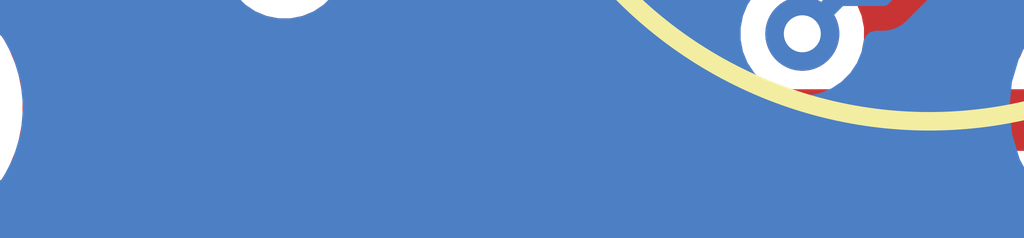
<source format=kicad_pcb>
(kicad_pcb (version 20171130) (host pcbnew "(5.1.12)-1")
  (layers (0 F.Cu signal hide) (1 In1.Cu signal hide) (2 In2.Cu signal hide) (31 B.Cu signal hide) (34 B.Paste user hide) (35 F.Paste user hide) (36 B.SilkS user hide) (37 F.SilkS user hide) (38 B.Mask user) (39 F.Mask user) (44 Edge.Cuts user hide))
  (net 0 "")
  (net 1 "Net-(C1-Pad1)")
  (net 2 "Net-(C1-Pad2)")
  (net 3 "Net-(C3-Pad1)")
  (net 4 "Net-(C3-Pad2)")
  (net 5 "Net-(C5-Pad1)")
  (net 6 "Net-(C5-Pad2)")
  (net 7 "Net-(C7-Pad1)")
  (net 8 "Net-(C7-Pad2)")
  (net 9 +12V)
  (net 10 GND)
  (net 11 +5V)
  (net 12 "Net-(C11-Pad2)")
  (net 13 "Net-(C11-Pad1)")
  (net 14 "Net-(C13-Pad1)")
  (net 15 "Net-(C13-Pad2)")
  (net 16 "Net-(C15-Pad2)")
  (net 17 "Net-(C15-Pad1)")
  (net 18 DATA_IN)
  (net 19 CLK_IN)
  (net 20 DATA_OUT)
  (net 21 CLK_OUT)
  (net 22 FLIP_G_OFF)
  (net 23 "Net-(J5-Pad4)")
  (net 24 VPP)
  (net 25 "Net-(Q1-Pad3)")
  (net 26 FLIP_A_ON)
  (net 27 FLIP_A_OFF)
  (net 28 "Net-(Q3-Pad3)")
  (net 29 FLIP_B_ON)
  (net 30 FLIP_B_OFF)
  (net 31 "Net-(Q5-Pad3)")
  (net 32 FLIP_C_ON)
  (net 33 FLIP_C_OFF)
  (net 34 "Net-(Q7-Pad3)")
  (net 35 FLIP_D_ON)
  (net 36 FLIP_D_OFF)
  (net 37 "Net-(Q10-Pad3)")
  (net 38 FLIP_E_ON)
  (net 39 FLIP_E_OFF)
  (net 40 "Net-(Q11-Pad3)")
  (net 41 FLIP_F_ON)
  (net 42 FLIP_F_OFF)
  (net 43 "Net-(Q13-Pad3)")
  (net 44 FLIP_G_ON)
  (net 45 "Net-(U2-Pad6)")
  (net 46 "Net-(U3-Pad4)")
  (net 47 OPT1_IN)
  (net 48 OPT2_IN)
  (net 49 OPT1_OUT)
  (net 50 OPT2_OUT)
  (module Fiducial:Fiducial_0.75mm_Mask1.5mm (layer B.Cu) (at 55.828001 67.555201)
    (fp_text reference REF** hide)
    (fp_text value Fiducial_0.75mm_Mask1.5mm)
    (pad "" smd circle (at 0 0) (size 0.75 0.75) (layers B.Cu B.Mask) (clearance 0.375))
  )
  (module Fiducial:Fiducial_0.75mm_Mask1.5mm (layer F.Cu) (at 33.984001 64.024601)
    (fp_text reference REF** hide)
    (fp_text value Fiducial_0.75mm_Mask1.5mm)
    (pad "" smd circle (at 0 0) (size 0.75 0.75) (layers F.Cu F.Mask) (clearance 0.375))
  )
  (module Fiducial:Fiducial_0.75mm_Mask1.5mm (layer B.Cu) (at 101.370201 65.396201)
    (fp_text reference REF** hide)
    (fp_text value Fiducial_0.75mm_Mask1.5mm)
    (pad "" smd circle (at 0 0) (size 0.75 0.75) (layers B.Cu B.Mask) (clearance 0.375))
  )
  (module Fiducial:Fiducial_0.75mm_Mask1.5mm (layer F.Cu) (at 101.522601 65.853401)
    (fp_text reference REF** hide)
    (fp_text value Fiducial_0.75mm_Mask1.5mm)
    (pad "" smd circle (at 0 0) (size 0.75 0.75) (layers F.Cu F.Mask) (clearance 0.375))
  )
  (module Fiducial:Fiducial_0.75mm_Mask1.5mm (layer B.Cu) (at 34.492001 63.719801)
    (fp_text reference REF** hide)
    (fp_text value Fiducial_0.75mm_Mask1.5mm)
    (pad "" smd circle (at 0 0) (size 0.75 0.75) (layers B.Cu B.Mask) (clearance 0.375))
  )
  (module Resistor_SMD:R_0805_2012Metric (layer B.Cu) (at 94.187001 64.765001 270)
    (fp_text reference R21 (at 0 1.65 90) (layer B.SilkS) (effects (justify mirror)))
    (fp_text value 100K)
    (pad 2 smd roundrect (at 0.9125 0 270) (size 1.025 1.4) (layers B.Cu B.Paste B.Mask) (roundrect_rratio 0.243902) (net 10 GND))
    (pad 1 smd roundrect (at -0.9125 0 270) (size 1.025 1.4) (layers B.Cu B.Paste B.Mask) (roundrect_rratio 0.243902) (net 22 FLIP_G_OFF))
  )
  (module Resistor_SMD:R_0805_2012Metric (layer B.Cu) (at 95.887001 64.765001 270)
    (fp_text reference R20 (at 0 1.65 90) (layer B.SilkS) (effects (justify mirror)))
    (fp_text value 100K)
    (pad 2 smd roundrect (at 0.9125 0 270) (size 1.025 1.4) (layers B.Cu B.Paste B.Mask) (roundrect_rratio 0.243902) (net 10 GND))
    (pad 1 smd roundrect (at -0.9125 0 270) (size 1.025 1.4) (layers B.Cu B.Paste B.Mask) (roundrect_rratio 0.243902) (net 44 FLIP_G_ON))
  )
  (module Resistor_SMD:R_0805_2012Metric (layer F.Cu) (at 92.887001 64.765001 90)
    (fp_text reference R19 (at 0 -1.65 90) (layer F.SilkS))
    (fp_text value 100K)
    (pad 2 smd roundrect (at 0.9125 0 90) (size 1.025 1.4) (layers F.Cu F.Paste F.Mask) (roundrect_rratio 0.243902) (net 43 "Net-(Q13-Pad3)"))
    (pad 1 smd roundrect (at -0.9125 0 90) (size 1.025 1.4) (layers F.Cu F.Paste F.Mask) (roundrect_rratio 0.243902) (net 9 +12V))
  )
  (module Resistor_SMD:R_0805_2012Metric (layer B.Cu) (at 87.387001 64.865001 270)
    (fp_text reference R18 (at 0 1.65 90) (layer B.SilkS) (effects (justify mirror)))
    (fp_text value 100K)
    (pad 2 smd roundrect (at 0.9125 0 270) (size 1.025 1.4) (layers B.Cu B.Paste B.Mask) (roundrect_rratio 0.243902) (net 10 GND))
    (pad 1 smd roundrect (at -0.9125 0 270) (size 1.025 1.4) (layers B.Cu B.Paste B.Mask) (roundrect_rratio 0.243902) (net 42 FLIP_F_OFF))
  )
  (module Resistor_SMD:R_0805_2012Metric (layer B.Cu) (at 89.187001 64.865001 270)
    (fp_text reference R17 (at 0 1.65 90) (layer B.SilkS) (effects (justify mirror)))
    (fp_text value 100K)
    (pad 2 smd roundrect (at 0.9125 0 270) (size 1.025 1.4) (layers B.Cu B.Paste B.Mask) (roundrect_rratio 0.243902) (net 10 GND))
    (pad 1 smd roundrect (at -0.9125 0 270) (size 1.025 1.4) (layers B.Cu B.Paste B.Mask) (roundrect_rratio 0.243902) (net 41 FLIP_F_ON))
  )
  (module Resistor_SMD:R_0805_2012Metric (layer F.Cu) (at 85.907001 64.765001 90)
    (fp_text reference R16 (at 0 -1.65 90) (layer F.SilkS))
    (fp_text value 100K)
    (pad 2 smd roundrect (at 0.9125 0 90) (size 1.025 1.4) (layers F.Cu F.Paste F.Mask) (roundrect_rratio 0.243902) (net 40 "Net-(Q11-Pad3)"))
    (pad 1 smd roundrect (at -0.9125 0 90) (size 1.025 1.4) (layers F.Cu F.Paste F.Mask) (roundrect_rratio 0.243902) (net 9 +12V))
  )
  (module Resistor_SMD:R_0805_2012Metric (layer B.Cu) (at 80.787001 64.765001 270)
    (fp_text reference R15 (at 0 1.65 90) (layer B.SilkS) (effects (justify mirror)))
    (fp_text value 100K)
    (pad 2 smd roundrect (at 0.9125 0 270) (size 1.025 1.4) (layers B.Cu B.Paste B.Mask) (roundrect_rratio 0.243902) (net 10 GND))
    (pad 1 smd roundrect (at -0.9125 0 270) (size 1.025 1.4) (layers B.Cu B.Paste B.Mask) (roundrect_rratio 0.243902) (net 39 FLIP_E_OFF))
  )
  (module Resistor_SMD:R_0805_2012Metric (layer B.Cu) (at 82.487001 64.765001 270)
    (fp_text reference R14 (at 0 1.65 90) (layer B.SilkS) (effects (justify mirror)))
    (fp_text value 100K)
    (pad 2 smd roundrect (at 0.9125 0 270) (size 1.025 1.4) (layers B.Cu B.Paste B.Mask) (roundrect_rratio 0.243902) (net 10 GND))
    (pad 1 smd roundrect (at -0.9125 0 270) (size 1.025 1.4) (layers B.Cu B.Paste B.Mask) (roundrect_rratio 0.243902) (net 38 FLIP_E_ON))
  )
  (module Resistor_SMD:R_0805_2012Metric (layer F.Cu) (at 81.187001 64.765001 90)
    (fp_text reference R13 (at 0 -1.65 90) (layer F.SilkS))
    (fp_text value 100K)
    (pad 2 smd roundrect (at 0.9125 0 90) (size 1.025 1.4) (layers F.Cu F.Paste F.Mask) (roundrect_rratio 0.243902) (net 37 "Net-(Q10-Pad3)"))
    (pad 1 smd roundrect (at -0.9125 0 90) (size 1.025 1.4) (layers F.Cu F.Paste F.Mask) (roundrect_rratio 0.243902) (net 9 +12V))
  )
  (module Resistor_SMD:R_0805_2012Metric (layer B.Cu) (at 73.187001 64.765001 270)
    (fp_text reference R12 (at 0 1.65 90) (layer B.SilkS) (effects (justify mirror)))
    (fp_text value 100K)
    (pad 2 smd roundrect (at 0.9125 0 270) (size 1.025 1.4) (layers B.Cu B.Paste B.Mask) (roundrect_rratio 0.243902) (net 10 GND))
    (pad 1 smd roundrect (at -0.9125 0 270) (size 1.025 1.4) (layers B.Cu B.Paste B.Mask) (roundrect_rratio 0.243902) (net 36 FLIP_D_OFF))
  )
  (module Resistor_SMD:R_0805_2012Metric (layer B.Cu) (at 74.887001 64.765001 270)
    (fp_text reference R11 (at 0 1.65 90) (layer B.SilkS) (effects (justify mirror)))
    (fp_text value 100K)
    (pad 2 smd roundrect (at 0.9125 0 270) (size 1.025 1.4) (layers B.Cu B.Paste B.Mask) (roundrect_rratio 0.243902) (net 10 GND))
    (pad 1 smd roundrect (at -0.9125 0 270) (size 1.025 1.4) (layers B.Cu B.Paste B.Mask) (roundrect_rratio 0.243902) (net 35 FLIP_D_ON))
  )
  (module Resistor_SMD:R_0805_2012Metric (layer F.Cu) (at 73.787001 64.765001 90)
    (fp_text reference R10 (at 0 -1.65 90) (layer F.SilkS))
    (fp_text value 100K)
    (pad 2 smd roundrect (at 0.9125 0 90) (size 1.025 1.4) (layers F.Cu F.Paste F.Mask) (roundrect_rratio 0.243902) (net 34 "Net-(Q7-Pad3)"))
    (pad 1 smd roundrect (at -0.9125 0 90) (size 1.025 1.4) (layers F.Cu F.Paste F.Mask) (roundrect_rratio 0.243902) (net 9 +12V))
  )
  (module Resistor_SMD:R_0805_2012Metric (layer B.Cu) (at 55.987001 64.765001 270)
    (fp_text reference R9 (at 0 1.65 90) (layer B.SilkS) (effects (justify mirror)))
    (fp_text value 100K)
    (pad 2 smd roundrect (at 0.9125 0 270) (size 1.025 1.4) (layers B.Cu B.Paste B.Mask) (roundrect_rratio 0.243902) (net 10 GND))
    (pad 1 smd roundrect (at -0.9125 0 270) (size 1.025 1.4) (layers B.Cu B.Paste B.Mask) (roundrect_rratio 0.243902) (net 33 FLIP_C_OFF))
  )
  (module Resistor_SMD:R_0805_2012Metric (layer B.Cu) (at 54.187001 64.765001 270)
    (fp_text reference R8 (at 0 1.65 90) (layer B.SilkS) (effects (justify mirror)))
    (fp_text value 100K)
    (pad 2 smd roundrect (at 0.9125 0 270) (size 1.025 1.4) (layers B.Cu B.Paste B.Mask) (roundrect_rratio 0.243902) (net 10 GND))
    (pad 1 smd roundrect (at -0.9125 0 270) (size 1.025 1.4) (layers B.Cu B.Paste B.Mask) (roundrect_rratio 0.243902) (net 32 FLIP_C_ON))
  )
  (module Resistor_SMD:R_0805_2012Metric (layer F.Cu) (at 53.237001 62.265001)
    (fp_text reference R7 (at 0 -1.65) (layer F.SilkS))
    (fp_text value 100K)
    (pad 2 smd roundrect (at 0.9125 0) (size 1.025 1.4) (layers F.Cu F.Paste F.Mask) (roundrect_rratio 0.243902) (net 31 "Net-(Q5-Pad3)"))
    (pad 1 smd roundrect (at -0.9125 0) (size 1.025 1.4) (layers F.Cu F.Paste F.Mask) (roundrect_rratio 0.243902) (net 9 +12V))
  )
  (module Resistor_SMD:R_0805_2012Metric (layer B.Cu) (at 49.387001 64.765001 270)
    (fp_text reference R6 (at 0 1.65 90) (layer B.SilkS) (effects (justify mirror)))
    (fp_text value 100K)
    (pad 2 smd roundrect (at 0.9125 0 270) (size 1.025 1.4) (layers B.Cu B.Paste B.Mask) (roundrect_rratio 0.243902) (net 10 GND))
    (pad 1 smd roundrect (at -0.9125 0 270) (size 1.025 1.4) (layers B.Cu B.Paste B.Mask) (roundrect_rratio 0.243902) (net 30 FLIP_B_OFF))
  )
  (module Resistor_SMD:R_0805_2012Metric (layer B.Cu) (at 47.587001 64.765001 270)
    (fp_text reference R5 (at 0 1.65 90) (layer B.SilkS) (effects (justify mirror)))
    (fp_text value 100K)
    (pad 2 smd roundrect (at 0.9125 0 270) (size 1.025 1.4) (layers B.Cu B.Paste B.Mask) (roundrect_rratio 0.243902) (net 10 GND))
    (pad 1 smd roundrect (at -0.9125 0 270) (size 1.025 1.4) (layers B.Cu B.Paste B.Mask) (roundrect_rratio 0.243902) (net 29 FLIP_B_ON))
  )
  (module Resistor_SMD:R_0805_2012Metric (layer F.Cu) (at 50.337001 64.765001 90)
    (fp_text reference R4 (at 0 -1.65 90) (layer F.SilkS))
    (fp_text value 100K)
    (pad 2 smd roundrect (at 0.9125 0 90) (size 1.025 1.4) (layers F.Cu F.Paste F.Mask) (roundrect_rratio 0.243902) (net 28 "Net-(Q3-Pad3)"))
    (pad 1 smd roundrect (at -0.9125 0 90) (size 1.025 1.4) (layers F.Cu F.Paste F.Mask) (roundrect_rratio 0.243902) (net 9 +12V))
  )
  (module Resistor_SMD:R_0805_2012Metric (layer B.Cu) (at 42.587001 64.765001 270)
    (fp_text reference R3 (at 0 1.65 90) (layer B.SilkS) (effects (justify mirror)))
    (fp_text value 100K)
    (pad 2 smd roundrect (at 0.9125 0 270) (size 1.025 1.4) (layers B.Cu B.Paste B.Mask) (roundrect_rratio 0.243902) (net 10 GND))
    (pad 1 smd roundrect (at -0.9125 0 270) (size 1.025 1.4) (layers B.Cu B.Paste B.Mask) (roundrect_rratio 0.243902) (net 27 FLIP_A_OFF))
  )
  (module Resistor_SMD:R_0805_2012Metric (layer B.Cu) (at 40.787001 64.765001 270)
    (fp_text reference R2 (at 0 1.65 90) (layer B.SilkS) (effects (justify mirror)))
    (fp_text value 100K)
    (pad 2 smd roundrect (at 0.9125 0 270) (size 1.025 1.4) (layers B.Cu B.Paste B.Mask) (roundrect_rratio 0.243902) (net 10 GND))
    (pad 1 smd roundrect (at -0.9125 0 270) (size 1.025 1.4) (layers B.Cu B.Paste B.Mask) (roundrect_rratio 0.243902) (net 26 FLIP_A_ON))
  )
  (module Resistor_SMD:R_0805_2012Metric (layer F.Cu) (at 42.837001 64.765001 90)
    (fp_text reference R1 (at 0 -1.65 90) (layer F.SilkS))
    (fp_text value 100K)
    (pad 2 smd roundrect (at 0.9125 0 90) (size 1.025 1.4) (layers F.Cu F.Paste F.Mask) (roundrect_rratio 0.243902) (net 25 "Net-(Q1-Pad3)"))
    (pad 1 smd roundrect (at -0.9125 0 90) (size 1.025 1.4) (layers F.Cu F.Paste F.Mask) (roundrect_rratio 0.243902) (net 9 +12V))
  )
  (module Package_TO_SOT_SMD:TSOT-23-6 (layer F.Cu) (at 95.187001 64.765001 270)
    (fp_text reference Q13 (at 0 -2.45 90) (layer F.SilkS))
    (fp_text value DMG6602SVT)
    (pad 6 smd rect (at 1.31 -0.95 270) (size 1.22 0.65) (layers F.Cu F.Paste F.Mask) (net 16 "Net-(C15-Pad2)"))
    (pad 5 smd rect (at 1.31 0 270) (size 1.22 0.65) (layers F.Cu F.Paste F.Mask) (net 10 GND))
    (pad 4 smd rect (at 1.31 0.95 270) (size 1.22 0.65) (layers F.Cu F.Paste F.Mask) (net 16 "Net-(C15-Pad2)"))
    (pad 3 smd rect (at -1.31 0.95 270) (size 1.22 0.65) (layers F.Cu F.Paste F.Mask) (net 43 "Net-(Q13-Pad3)"))
    (pad 2 smd rect (at -1.31 0 270) (size 1.22 0.65) (layers F.Cu F.Paste F.Mask) (net 9 +12V))
    (pad 1 smd rect (at -1.31 -0.95 270) (size 1.22 0.65) (layers F.Cu F.Paste F.Mask) (net 22 FLIP_G_OFF))
  )
  (module Package_TO_SOT_SMD:TSOT-23-6 (layer F.Cu) (at 88.087001 64.785001 270)
    (fp_text reference Q11 (at 0 -2.45 90) (layer F.SilkS))
    (fp_text value DMG6602SVT)
    (pad 6 smd rect (at 1.31 -0.95 270) (size 1.22 0.65) (layers F.Cu F.Paste F.Mask) (net 15 "Net-(C13-Pad2)"))
    (pad 5 smd rect (at 1.31 0 270) (size 1.22 0.65) (layers F.Cu F.Paste F.Mask) (net 10 GND))
    (pad 4 smd rect (at 1.31 0.95 270) (size 1.22 0.65) (layers F.Cu F.Paste F.Mask) (net 15 "Net-(C13-Pad2)"))
    (pad 3 smd rect (at -1.31 0.95 270) (size 1.22 0.65) (layers F.Cu F.Paste F.Mask) (net 40 "Net-(Q11-Pad3)"))
    (pad 2 smd rect (at -1.31 0 270) (size 1.22 0.65) (layers F.Cu F.Paste F.Mask) (net 9 +12V))
    (pad 1 smd rect (at -1.31 -0.95 270) (size 1.22 0.65) (layers F.Cu F.Paste F.Mask) (net 42 FLIP_F_OFF))
  )
  (module Package_TO_SOT_SMD:TSOT-23-6 (layer F.Cu) (at 83.387001 64.965001 270)
    (fp_text reference Q9 (at 0 -2.45 90) (layer F.SilkS))
    (fp_text value DMG6602SVT)
    (pad 6 smd rect (at 1.31 -0.95 270) (size 1.22 0.65) (layers F.Cu F.Paste F.Mask) (net 12 "Net-(C11-Pad2)"))
    (pad 5 smd rect (at 1.31 0 270) (size 1.22 0.65) (layers F.Cu F.Paste F.Mask) (net 10 GND))
    (pad 4 smd rect (at 1.31 0.95 270) (size 1.22 0.65) (layers F.Cu F.Paste F.Mask) (net 12 "Net-(C11-Pad2)"))
    (pad 3 smd rect (at -1.31 0.95 270) (size 1.22 0.65) (layers F.Cu F.Paste F.Mask) (net 37 "Net-(Q10-Pad3)"))
    (pad 2 smd rect (at -1.31 0 270) (size 1.22 0.65) (layers F.Cu F.Paste F.Mask) (net 9 +12V))
    (pad 1 smd rect (at -1.31 -0.95 270) (size 1.22 0.65) (layers F.Cu F.Paste F.Mask) (net 39 FLIP_E_OFF))
  )
  (module Package_TO_SOT_SMD:TSOT-23-6 (layer F.Cu) (at 75.987001 64.965001 270)
    (fp_text reference Q7 (at 0 -2.45 90) (layer F.SilkS))
    (fp_text value DMG6602SVT)
    (pad 6 smd rect (at 1.31 -0.95 270) (size 1.22 0.65) (layers F.Cu F.Paste F.Mask) (net 8 "Net-(C7-Pad2)"))
    (pad 5 smd rect (at 1.31 0 270) (size 1.22 0.65) (layers F.Cu F.Paste F.Mask) (net 10 GND))
    (pad 4 smd rect (at 1.31 0.95 270) (size 1.22 0.65) (layers F.Cu F.Paste F.Mask) (net 8 "Net-(C7-Pad2)"))
    (pad 3 smd rect (at -1.31 0.95 270) (size 1.22 0.65) (layers F.Cu F.Paste F.Mask) (net 34 "Net-(Q7-Pad3)"))
    (pad 2 smd rect (at -1.31 0 270) (size 1.22 0.65) (layers F.Cu F.Paste F.Mask) (net 9 +12V))
    (pad 1 smd rect (at -1.31 -0.95 270) (size 1.22 0.65) (layers F.Cu F.Paste F.Mask) (net 36 FLIP_D_OFF))
  )
  (module Package_TO_SOT_SMD:TSOT-23-6 (layer F.Cu) (at 55.587001 65.265001 270)
    (fp_text reference Q5 (at 0 -2.45 90) (layer F.SilkS))
    (fp_text value DMG6602SVT)
    (pad 6 smd rect (at 1.31 -0.95 270) (size 1.22 0.65) (layers F.Cu F.Paste F.Mask) (net 6 "Net-(C5-Pad2)"))
    (pad 5 smd rect (at 1.31 0 270) (size 1.22 0.65) (layers F.Cu F.Paste F.Mask) (net 10 GND))
    (pad 4 smd rect (at 1.31 0.95 270) (size 1.22 0.65) (layers F.Cu F.Paste F.Mask) (net 6 "Net-(C5-Pad2)"))
    (pad 3 smd rect (at -1.31 0.95 270) (size 1.22 0.65) (layers F.Cu F.Paste F.Mask) (net 31 "Net-(Q5-Pad3)"))
    (pad 2 smd rect (at -1.31 0 270) (size 1.22 0.65) (layers F.Cu F.Paste F.Mask) (net 9 +12V))
    (pad 1 smd rect (at -1.31 -0.95 270) (size 1.22 0.65) (layers F.Cu F.Paste F.Mask) (net 33 FLIP_C_OFF))
  )
  (module Package_TO_SOT_SMD:TSOT-23-6 (layer F.Cu) (at 40.587001 64.765001 270)
    (fp_text reference Q1 (at 0 -2.45 90) (layer F.SilkS))
    (fp_text value DMG6602SVT)
    (pad 6 smd rect (at 1.31 -0.95 270) (size 1.22 0.65) (layers F.Cu F.Paste F.Mask) (net 2 "Net-(C1-Pad2)"))
    (pad 5 smd rect (at 1.31 0 270) (size 1.22 0.65) (layers F.Cu F.Paste F.Mask) (net 10 GND))
    (pad 4 smd rect (at 1.31 0.95 270) (size 1.22 0.65) (layers F.Cu F.Paste F.Mask) (net 2 "Net-(C1-Pad2)"))
    (pad 3 smd rect (at -1.31 0.95 270) (size 1.22 0.65) (layers F.Cu F.Paste F.Mask) (net 25 "Net-(Q1-Pad3)"))
    (pad 2 smd rect (at -1.31 0 270) (size 1.22 0.65) (layers F.Cu F.Paste F.Mask) (net 9 +12V))
    (pad 1 smd rect (at -1.31 -0.95 270) (size 1.22 0.65) (layers F.Cu F.Paste F.Mask) (net 27 FLIP_A_OFF))
  )
  (module Capacitor_SMD:C_0805_2012Metric (layer F.Cu) (at 62.940001 62.170401 180)
    (fp_text reference C10 (at 0 -1.68) (layer F.SilkS))
    (fp_text value 1u)
    (pad 2 smd roundrect (at 0.95 0 180) (size 1 1.45) (layers F.Cu F.Paste F.Mask) (net 10 GND))
    (pad 1 smd roundrect (at -0.95 0 180) (size 1 1.45) (layers F.Cu F.Paste F.Mask) (net 11 +5V))
  )
  (module Capacitor_SMD:C_0805_2012Metric (layer F.Cu) (at 60.507001 65.205001 270)
    (fp_text reference C9 (at 0 -1.68 90) (layer F.SilkS))
    (fp_text value 1u)
    (pad 2 smd roundrect (at 0.95 0 270) (size 1 1.45) (layers F.Cu F.Paste F.Mask) (net 10 GND))
    (pad 1 smd roundrect (at -0.95 0 270) (size 1 1.45) (layers F.Cu F.Paste F.Mask) (net 9 +12V))
  )
  (module Package_TO_SOT_SMD:SOT-23-5 (layer F.Cu) (at 65.177001 65.315001 90)
    (fp_text reference U3 (at 0 -2.9 90) (layer F.SilkS))
    (fp_text value MIC5233-5.0YM5-TR)
    (pad 5 smd rect (at 1.1 -0.95 90) (size 1.06 0.65) (layers F.Cu F.Paste F.Mask) (net 11 +5V))
    (pad 4 smd rect (at 1.1 0.95 90) (size 1.06 0.65) (layers F.Cu F.Paste F.Mask) (net 46 "Net-(U3-Pad4)"))
    (pad 3 smd rect (at -1.1 0.95 90) (size 1.06 0.65) (layers F.Cu F.Paste F.Mask) (net 9 +12V))
    (pad 2 smd rect (at -1.1 0 90) (size 1.06 0.65) (layers F.Cu F.Paste F.Mask) (net 10 GND))
    (pad 1 smd rect (at -1.1 -0.95 90) (size 1.06 0.65) (layers F.Cu F.Paste F.Mask) (net 9 +12V))
  )
  (module Package_TO_SOT_SMD:TSOT-23-6 (layer F.Cu) (at 48.087001 64.765001 270)
    (fp_text reference Q3 (at 0 -2.45 90) (layer F.SilkS))
    (fp_text value DMG6602SVT)
    (pad 6 smd rect (at 1.31 -0.95 270) (size 1.22 0.65) (layers F.Cu F.Paste F.Mask) (net 4 "Net-(C3-Pad2)"))
    (pad 5 smd rect (at 1.31 0 270) (size 1.22 0.65) (layers F.Cu F.Paste F.Mask) (net 10 GND))
    (pad 4 smd rect (at 1.31 0.95 270) (size 1.22 0.65) (layers F.Cu F.Paste F.Mask) (net 4 "Net-(C3-Pad2)"))
    (pad 3 smd rect (at -1.31 0.95 270) (size 1.22 0.65) (layers F.Cu F.Paste F.Mask) (net 28 "Net-(Q3-Pad3)"))
    (pad 2 smd rect (at -1.31 0 270) (size 1.22 0.65) (layers F.Cu F.Paste F.Mask) (net 9 +12V))
    (pad 1 smd rect (at -1.31 -0.95 270) (size 1.22 0.65) (layers F.Cu F.Paste F.Mask) (net 30 FLIP_B_OFF))
  )
  (module Capacitor_SMD:C_1206_3216Metric (layer F.Cu) (at 98.287001 64.765001 270)
    (fp_text reference C15 (at 0 -1.85 90) (layer F.SilkS))
    (fp_text value "10u x2")
    (pad 2 smd roundrect (at 1.475 0 270) (size 1.15 1.8) (layers F.Cu F.Paste F.Mask) (roundrect_rratio 0.217391) (net 16 "Net-(C15-Pad2)"))
    (pad 1 smd roundrect (at -1.475 0 270) (size 1.15 1.8) (layers F.Cu F.Paste F.Mask) (roundrect_rratio 0.217391) (net 17 "Net-(C15-Pad1)"))
  )
  (module Capacitor_SMD:C_1206_3216Metric (layer F.Cu) (at 90.687001 64.765001 270)
    (fp_text reference C13 (at 0 -1.85 90) (layer F.SilkS))
    (fp_text value "10u x2")
    (pad 2 smd roundrect (at 1.475 0 270) (size 1.15 1.8) (layers F.Cu F.Paste F.Mask) (roundrect_rratio 0.217391) (net 15 "Net-(C13-Pad2)"))
    (pad 1 smd roundrect (at -1.475 0 270) (size 1.15 1.8) (layers F.Cu F.Paste F.Mask) (roundrect_rratio 0.217391) (net 14 "Net-(C13-Pad1)"))
  )
  (module Capacitor_SMD:C_1206_3216Metric (layer F.Cu) (at 78.987001 64.765001 270)
    (fp_text reference C11 (at 0 -1.85 90) (layer F.SilkS))
    (fp_text value "10u x2")
    (pad 2 smd roundrect (at 1.475 0 270) (size 1.15 1.8) (layers F.Cu F.Paste F.Mask) (roundrect_rratio 0.217391) (net 12 "Net-(C11-Pad2)"))
    (pad 1 smd roundrect (at -1.475 0 270) (size 1.15 1.8) (layers F.Cu F.Paste F.Mask) (roundrect_rratio 0.217391) (net 13 "Net-(C11-Pad1)"))
  )
  (module Capacitor_SMD:C_1206_3216Metric (layer F.Cu) (at 71.587001 64.765001 270)
    (fp_text reference C7 (at 0 -1.85 90) (layer F.SilkS))
    (fp_text value "10u x2")
    (pad 2 smd roundrect (at 1.475 0 270) (size 1.15 1.8) (layers F.Cu F.Paste F.Mask) (roundrect_rratio 0.217391) (net 8 "Net-(C7-Pad2)"))
    (pad 1 smd roundrect (at -1.475 0 270) (size 1.15 1.8) (layers F.Cu F.Paste F.Mask) (roundrect_rratio 0.217391) (net 7 "Net-(C7-Pad1)"))
  )
  (module Capacitor_SMD:C_1206_3216Metric (layer F.Cu) (at 52.687001 65.265001 270)
    (fp_text reference C5 (at 0 -1.85 90) (layer F.SilkS))
    (fp_text value "10u x2")
    (pad 2 smd roundrect (at 1.475 0 270) (size 1.15 1.8) (layers F.Cu F.Paste F.Mask) (roundrect_rratio 0.217391) (net 6 "Net-(C5-Pad2)"))
    (pad 1 smd roundrect (at -1.475 0 270) (size 1.15 1.8) (layers F.Cu F.Paste F.Mask) (roundrect_rratio 0.217391) (net 5 "Net-(C5-Pad1)"))
  )
  (module Capacitor_SMD:C_1206_3216Metric (layer F.Cu) (at 45.087001 64.765001 270)
    (fp_text reference C3 (at 0 -1.85 90) (layer F.SilkS))
    (fp_text value "10u x2")
    (pad 2 smd roundrect (at 1.475 0 270) (size 1.15 1.8) (layers F.Cu F.Paste F.Mask) (roundrect_rratio 0.217391) (net 4 "Net-(C3-Pad2)"))
    (pad 1 smd roundrect (at -1.475 0 270) (size 1.15 1.8) (layers F.Cu F.Paste F.Mask) (roundrect_rratio 0.217391) (net 3 "Net-(C3-Pad1)"))
  )
  (module Capacitor_SMD:C_1206_3216Metric (layer F.Cu) (at 37.587001 64.265001 270)
    (fp_text reference C1 (at 0 -1.85 90) (layer F.SilkS))
    (fp_text value "10u x2")
    (pad 2 smd roundrect (at 1.475 0 270) (size 1.15 1.8) (layers F.Cu F.Paste F.Mask) (roundrect_rratio 0.217391) (net 2 "Net-(C1-Pad2)"))
    (pad 1 smd roundrect (at -1.475 0 270) (size 1.15 1.8) (layers F.Cu F.Paste F.Mask) (roundrect_rratio 0.217391) (net 1 "Net-(C1-Pad1)"))
  )
  (module Package_TO_SOT_SMD:SOT-323_SC-70 (layer B.Cu) (at 98.487001 64.965001 90)
    (fp_text reference Q14 (at -0.05 1.95 90) (layer B.SilkS) (effects (justify mirror)))
    (fp_text value RJU003N03FRA)
    (pad 3 smd rect (at 1 0 180) (size 0.45 0.7) (layers B.Cu B.Paste B.Mask) (net 43 "Net-(Q13-Pad3)"))
    (pad 2 smd rect (at -1 -0.65 180) (size 0.45 0.7) (layers B.Cu B.Paste B.Mask) (net 10 GND))
    (pad 1 smd rect (at -1 0.65 180) (size 0.45 0.7) (layers B.Cu B.Paste B.Mask) (net 44 FLIP_G_ON))
  )
  (module Package_TO_SOT_SMD:SOT-323_SC-70 (layer B.Cu) (at 91.637001 64.815001 90)
    (fp_text reference Q12 (at -0.05 1.95 90) (layer B.SilkS) (effects (justify mirror)))
    (fp_text value RJU003N03FRA)
    (pad 3 smd rect (at 1 0 180) (size 0.45 0.7) (layers B.Cu B.Paste B.Mask) (net 40 "Net-(Q11-Pad3)"))
    (pad 2 smd rect (at -1 -0.65 180) (size 0.45 0.7) (layers B.Cu B.Paste B.Mask) (net 10 GND))
    (pad 1 smd rect (at -1 0.65 180) (size 0.45 0.7) (layers B.Cu B.Paste B.Mask) (net 41 FLIP_F_ON))
  )
  (module Package_TO_SOT_SMD:SOT-323_SC-70 (layer B.Cu) (at 84.987001 64.765001 90)
    (fp_text reference Q10 (at -0.05 1.95 90) (layer B.SilkS) (effects (justify mirror)))
    (fp_text value RJU003N03FRA)
    (pad 3 smd rect (at 1 0 180) (size 0.45 0.7) (layers B.Cu B.Paste B.Mask) (net 37 "Net-(Q10-Pad3)"))
    (pad 2 smd rect (at -1 -0.65 180) (size 0.45 0.7) (layers B.Cu B.Paste B.Mask) (net 10 GND))
    (pad 1 smd rect (at -1 0.65 180) (size 0.45 0.7) (layers B.Cu B.Paste B.Mask) (net 38 FLIP_E_ON))
  )
  (module Package_TO_SOT_SMD:SOT-323_SC-70 (layer B.Cu) (at 77.537001 64.765001 90)
    (fp_text reference Q8 (at -0.05 1.95 90) (layer B.SilkS) (effects (justify mirror)))
    (fp_text value RJU003N03FRA)
    (pad 1 smd rect (at -1 0.65 180) (size 0.45 0.7) (layers B.Cu B.Paste B.Mask) (net 35 FLIP_D_ON))
    (pad 2 smd rect (at -1 -0.65 180) (size 0.45 0.7) (layers B.Cu B.Paste B.Mask) (net 10 GND))
    (pad 3 smd rect (at 1 0 180) (size 0.45 0.7) (layers B.Cu B.Paste B.Mask) (net 34 "Net-(Q7-Pad3)"))
  )
  (module Package_TO_SOT_SMD:SOT-323_SC-70 (layer B.Cu) (at 51.837001 64.665001 90)
    (fp_text reference Q6 (at -0.05 1.95 90) (layer B.SilkS) (effects (justify mirror)))
    (fp_text value RJU003N03FRA)
    (pad 3 smd rect (at 1 0 180) (size 0.45 0.7) (layers B.Cu B.Paste B.Mask) (net 31 "Net-(Q5-Pad3)"))
    (pad 2 smd rect (at -1 -0.65 180) (size 0.45 0.7) (layers B.Cu B.Paste B.Mask) (net 10 GND))
    (pad 1 smd rect (at -1 0.65 180) (size 0.45 0.7) (layers B.Cu B.Paste B.Mask) (net 32 FLIP_C_ON))
  )
  (module Package_TO_SOT_SMD:SOT-323_SC-70 (layer B.Cu) (at 45.187001 64.665001 90)
    (fp_text reference Q4 (at -0.05 1.95 90) (layer B.SilkS) (effects (justify mirror)))
    (fp_text value RJU003N03FRA)
    (pad 3 smd rect (at 1 0 180) (size 0.45 0.7) (layers B.Cu B.Paste B.Mask) (net 28 "Net-(Q3-Pad3)"))
    (pad 2 smd rect (at -1 -0.65 180) (size 0.45 0.7) (layers B.Cu B.Paste B.Mask) (net 10 GND))
    (pad 1 smd rect (at -1 0.65 180) (size 0.45 0.7) (layers B.Cu B.Paste B.Mask) (net 29 FLIP_B_ON))
  )
  (module Package_TO_SOT_SMD:SOT-323_SC-70 (layer B.Cu) (at 38.187001 64.165001 90)
    (fp_text reference Q2 (at -0.05 1.95 90) (layer B.SilkS) (effects (justify mirror)))
    (fp_text value RJU003N03FRA)
    (pad 3 smd rect (at 1 0 180) (size 0.45 0.7) (layers B.Cu B.Paste B.Mask) (net 25 "Net-(Q1-Pad3)"))
    (pad 2 smd rect (at -1 -0.65 180) (size 0.45 0.7) (layers B.Cu B.Paste B.Mask) (net 10 GND))
    (pad 1 smd rect (at -1 0.65 180) (size 0.45 0.7) (layers B.Cu B.Paste B.Mask) (net 26 FLIP_A_ON))
  )
  (module dot_flipper:dot_logo (layer B.Cu) (at 69.287001 64.665001)
    (fp_text reference G*** hide)
    (fp_text value LOGO hide)
  )
  (module dot_flipper:Pin_Header_Straight_1x05_Pitch1.27mm (layer F.Cu) (at 62.087001 68.765001 90)
    (fp_text reference J5 hide)
    (fp_text value Conn_01x05_Male)
    (pad 1 thru_hole rect (at 0 0 90) (size 1 1) (drill 0.65) (layers *.Cu *.Mask) (net 24 VPP))
    (pad 2 thru_hole oval (at 0 1.27 90) (size 1 1) (drill 0.65) (layers *.Cu *.Mask) (net 11 +5V))
    (pad 3 thru_hole oval (at 0 2.54 90) (size 1 1) (drill 0.65) (layers *.Cu *.Mask) (net 10 GND))
    (pad 4 thru_hole oval (at 0 3.81 90) (size 1 1) (drill 0.65) (layers *.Cu *.Mask) (net 23 "Net-(J5-Pad4)"))
    (pad 5 thru_hole oval (at 0 5.08 90) (size 1 1) (drill 0.65) (layers *.Cu *.Mask) (net 22 FLIP_G_OFF))
  )
  (module dot_flipper:Pin_Header_Straight_1x02_Pitch2.54mm (layer F.Cu) (at 41.477001 68.495001 90)
    (fp_text reference J7 hide)
    (fp_text value Conn_01x02_Male)
    (pad 1 thru_hole roundrect (at 0 0 90) (size 1.5 1.5) (drill 1) (layers *.Cu *.Mask) (net 49 OPT1_OUT))
    (pad 2 thru_hole oval (at 0 2.54 90) (size 1.5 1.5) (drill 1) (layers *.Cu *.Mask) (net 50 OPT2_OUT))
  )
  (module dot_flipper:Pin_Header_Straight_1x02_Pitch2.54mm (layer F.Cu) (at 41.477001 61.035001 90)
    (fp_text reference J6 hide)
    (fp_text value Conn_01x02_Male)
    (pad 1 thru_hole roundrect (at 0 0 90) (size 1.5 1.5) (drill 1) (layers *.Cu *.Mask) (net 47 OPT1_IN))
    (pad 2 thru_hole oval (at 0 2.54 90) (size 1.5 1.5) (drill 1) (layers *.Cu *.Mask) (net 48 OPT2_IN))
  )
  (module dot_flipper:Pin_Header_Straight_1x02_Pitch2.54mm (layer F.Cu) (at 71.957001 68.495001 90)
    (fp_text reference J4 hide)
    (fp_text value Conn_01x02_Male)
    (pad 1 thru_hole roundrect (at 0 0 90) (size 1.5 1.5) (drill 1) (layers *.Cu *.Mask) (net 20 DATA_OUT))
    (pad 2 thru_hole oval (at 0 2.54 90) (size 1.5 1.5) (drill 1) (layers *.Cu *.Mask) (net 21 CLK_OUT))
  )
  (module dot_flipper:Pin_Header_Straight_1x02_Pitch2.54mm (layer F.Cu) (at 71.957001 61.035001 90)
    (fp_text reference J3 hide)
    (fp_text value Conn_01x02_Male)
    (pad 1 thru_hole roundrect (at 0 0 90) (size 1.5 1.5) (drill 1) (layers *.Cu *.Mask) (net 18 DATA_IN))
    (pad 2 thru_hole oval (at 0 2.54 90) (size 1.5 1.5) (drill 1) (layers *.Cu *.Mask) (net 19 CLK_IN))
  )
  (module dot_flipper:Pin_Header_Straight_1x02_Pitch2.54mm (layer F.Cu) (at 82.117001 68.495001 90)
    (fp_text reference J2 hide)
    (fp_text value Conn_01x02_Male)
    (pad 1 thru_hole roundrect (at 0 0 90) (size 1.5 1.5) (drill 1) (layers *.Cu *.Mask) (net 10 GND))
    (pad 2 thru_hole oval (at 0 2.54 90) (size 1.5 1.5) (drill 1) (layers *.Cu *.Mask) (net 9 +12V))
  )
  (module dot_flipper:Pin_Header_Straight_1x02_Pitch2.54mm (layer F.Cu) (at 82.117001 61.035001 90)
    (fp_text reference J1 hide)
    (fp_text value Conn_01x02_Male)
    (pad 1 thru_hole roundrect (at 0 0 90) (size 1.5 1.5) (drill 1) (layers *.Cu *.Mask) (net 10 GND))
    (pad 2 thru_hole oval (at 0 2.54 90) (size 1.5 1.5) (drill 1) (layers *.Cu *.Mask) (net 9 +12V))
  )
  (module dot_flipper:MountingHole_2.2mm_M2_Pad_thin (layer F.Cu) (at 101.387001 61.965001)
    (fp_text reference H2 hide)
    (fp_text value MountingHole_Pad)
    (pad 1 thru_hole circle (at 0 0) (size 3.3 3.3) (drill 2.1) (layers *.Cu *.Mask) (net 10 GND))
  )
  (module dot_flipper:MountingHole_2.2mm_M2_Pad_thin (layer F.Cu) (at 34.787001 67.565001)
    (fp_text reference H1 hide)
    (fp_text value MountingHole_Pad)
    (pad 1 thru_hole circle (at 0 0) (size 3.3 3.3) (drill 2.1) (layers *.Cu *.Mask) (net 10 GND))
  )
  (module dot_flipper:QFN-28-1EP_4x4mm_Pitch0.4mm_wide (layer B.Cu) (at 62.587001 64.265001 45)
    (fp_text reference U2 hide)
    (fp_text value PIC16F15355-I-MV)
    (pad 29 thru_hole circle (at 0 0 45) (size 0.8 0.8) (drill 0.3) (layers *.Cu *.Mask) (net 10 GND))
    (pad 1 smd rect (at -2.45 1.2 45) (size 1.4 0.2) (layers B.Cu B.Paste B.Mask) (net 32 FLIP_C_ON))
    (pad 2 smd roundrect (at -2.3 0.8 45) (size 1.4 0.2) (layers B.Cu B.Paste B.Mask) (roundrect_rratio 0.5) (net 35 FLIP_D_ON))
    (pad 3 smd roundrect (at -2.3 0.4 45) (size 1.4 0.2) (layers B.Cu B.Paste B.Mask) (roundrect_rratio 0.5) (net 38 FLIP_E_ON))
    (pad 4 smd roundrect (at -2.3 0 45) (size 1.4 0.2) (layers B.Cu B.Paste B.Mask) (roundrect_rratio 0.5) (net 41 FLIP_F_ON))
    (pad 5 smd roundrect (at -2.3 -0.4 45) (size 1.4 0.2) (layers B.Cu B.Paste B.Mask) (roundrect_rratio 0.5) (net 10 GND))
    (pad 6 smd roundrect (at -2.3 -0.8 45) (size 1.4 0.2) (layers B.Cu B.Paste B.Mask) (roundrect_rratio 0.5) (net 45 "Net-(U2-Pad6)"))
    (pad 7 smd roundrect (at -2.4 -1.2 45) (size 1.2 0.2) (layers B.Cu B.Paste B.Mask) (roundrect_rratio 0.5) (net 44 FLIP_G_ON))
    (pad 8 smd roundrect (at -1.2 -2.4 315) (size 1.2 0.2) (layers B.Cu B.Paste B.Mask) (roundrect_rratio 0.5) (net 18 DATA_IN))
    (pad 9 smd roundrect (at -0.8 -2.3 315) (size 1.4 0.2) (layers B.Cu B.Paste B.Mask) (roundrect_rratio 0.5) (net 19 CLK_IN))
    (pad 10 smd roundrect (at -0.4 -2.3 315) (size 1.4 0.2) (layers B.Cu B.Paste B.Mask) (roundrect_rratio 0.5) (net 47 OPT1_IN))
    (pad 11 smd roundrect (at 0 -2.3 315) (size 1.4 0.2) (layers B.Cu B.Paste B.Mask) (roundrect_rratio 0.5) (net 48 OPT2_IN))
    (pad 12 smd roundrect (at 0.4 -2.3 315) (size 1.4 0.2) (layers B.Cu B.Paste B.Mask) (roundrect_rratio 0.5) (net 20 DATA_OUT))
    (pad 13 smd roundrect (at 0.8 -2.3 315) (size 1.4 0.2) (layers B.Cu B.Paste B.Mask) (roundrect_rratio 0.5) (net 21 CLK_OUT))
    (pad 14 smd roundrect (at 1.2 -2.4 315) (size 1.2 0.2) (layers B.Cu B.Paste B.Mask) (roundrect_rratio 0.5) (net 49 OPT1_OUT))
    (pad 15 smd roundrect (at 2.4 -1.2 45) (size 1.2 0.2) (layers B.Cu B.Paste B.Mask) (roundrect_rratio 0.5) (net 50 OPT2_OUT))
    (pad 16 smd roundrect (at 2.3 -0.8 45) (size 1.4 0.2) (layers B.Cu B.Paste B.Mask) (roundrect_rratio 0.5) (net 10 GND))
    (pad 17 smd roundrect (at 2.3 -0.4 45) (size 1.4 0.2) (layers B.Cu B.Paste B.Mask) (roundrect_rratio 0.5) (net 11 +5V))
    (pad 18 smd roundrect (at 2.3 0 45) (size 1.4 0.2) (layers B.Cu B.Paste B.Mask) (roundrect_rratio 0.5) (net 27 FLIP_A_OFF))
    (pad 19 smd roundrect (at 2.3 0.4 45) (size 1.4 0.2) (layers B.Cu B.Paste B.Mask) (roundrect_rratio 0.5) (net 30 FLIP_B_OFF))
    (pad 20 smd roundrect (at 2.3 0.8 45) (size 1.4 0.2) (layers B.Cu B.Paste B.Mask) (roundrect_rratio 0.5) (net 33 FLIP_C_OFF))
    (pad 21 smd roundrect (at 2.4 1.2 45) (size 1.2 0.2) (layers B.Cu B.Paste B.Mask) (roundrect_rratio 0.5) (net 36 FLIP_D_OFF))
    (pad 22 smd roundrect (at 1.2 2.4 315) (size 1.2 0.2) (layers B.Cu B.Paste B.Mask) (roundrect_rratio 0.5) (net 39 FLIP_E_OFF))
    (pad 23 smd roundrect (at 0.8 2.3 315) (size 1.4 0.2) (layers B.Cu B.Paste B.Mask) (roundrect_rratio 0.5) (net 42 FLIP_F_OFF))
    (pad 24 smd roundrect (at 0.4 2.3 315) (size 1.4 0.2) (layers B.Cu B.Paste B.Mask) (roundrect_rratio 0.5) (net 22 FLIP_G_OFF))
    (pad 25 smd roundrect (at 0 2.3 315) (size 1.4 0.2) (layers B.Cu B.Paste B.Mask) (roundrect_rratio 0.5) (net 23 "Net-(J5-Pad4)"))
    (pad 26 smd roundrect (at -0.4 2.3 315) (size 1.4 0.2) (layers B.Cu B.Paste B.Mask) (roundrect_rratio 0.5) (net 24 VPP))
    (pad 27 smd roundrect (at -0.8 2.3 315) (size 1.4 0.2) (layers B.Cu B.Paste B.Mask) (roundrect_rratio 0.5) (net 26 FLIP_A_ON))
    (pad 28 smd roundrect (at -1.2 2.4 315) (size 1.2 0.2) (layers B.Cu B.Paste B.Mask) (roundrect_rratio 0.5) (net 29 FLIP_B_ON))
  )
  (module dot_flipper:7_flip_dots (layer F.Cu) (at 36.087001 61.265001)
    (fp_text reference U1 hide)
    (fp_text value 7_flip_dots hide)
    (pad 2-UG thru_hole circle (at 64.16 7) (size 1.75 1.75) (drill 1) (layers *.Cu *.Mask) (net 10 GND))
    (pad 2-UF thru_hole circle (at 54 7) (size 1.75 1.75) (drill 1) (layers *.Cu *.Mask) (net 10 GND))
    (pad 2-UE thru_hole circle (at 43.84 7) (size 1.75 1.75) (drill 1) (layers *.Cu *.Mask) (net 10 GND))
    (pad 2-UD thru_hole circle (at 33.68 7) (size 1.75 1.75) (drill 1) (layers *.Cu *.Mask) (net 10 GND))
    (pad 2-UC thru_hole circle (at 23.52 7) (size 1.75 1.75) (drill 1) (layers *.Cu *.Mask) (net 10 GND))
    (pad 2-UB thru_hole circle (at 13.36 7) (size 1.75 1.75) (drill 1) (layers *.Cu *.Mask) (net 10 GND))
    (pad 1-UG thru_hole circle (at 60.96 0) (size 1.75 1.75) (drill 1) (layers *.Cu *.Mask) (net 17 "Net-(C15-Pad1)"))
    (pad 1-UF thru_hole circle (at 50.8 0) (size 1.75 1.75) (drill 1) (layers *.Cu *.Mask) (net 14 "Net-(C13-Pad1)"))
    (pad 1-UE thru_hole circle (at 40.64 0) (size 1.75 1.75) (drill 1) (layers *.Cu *.Mask) (net 13 "Net-(C11-Pad1)"))
    (pad 1-UD thru_hole circle (at 30.48 0) (size 1.75 1.75) (drill 1) (layers *.Cu *.Mask) (net 7 "Net-(C7-Pad1)"))
    (pad 1-UC thru_hole circle (at 20.32 0) (size 1.75 1.75) (drill 1) (layers *.Cu *.Mask) (net 5 "Net-(C5-Pad1)"))
    (pad 1-UB thru_hole circle (at 10.16 0) (size 1.75 1.75) (drill 1) (layers *.Cu *.Mask) (net 3 "Net-(C3-Pad1)"))
    (pad 2-UA thru_hole circle (at 3.2 7) (size 1.75 1.75) (drill 1) (layers *.Cu *.Mask) (net 10 GND))
    (pad 1-UA thru_hole circle (at 0 0) (size 1.75 1.75) (drill 1) (layers *.Cu *.Mask) (net 1 "Net-(C1-Pad1)"))
  )
  (gr_text C (at 67.187001 67.765001) (layer B.SilkS) (effects (font (size 0.6 0.6) (thickness 0.12)) (justify mirror)))
  (gr_text D (at 65.887001 67.715001) (layer B.SilkS) (effects (font (size 0.6 0.6) (thickness 0.12)) (justify mirror)))
  (gr_text - (at 64.637001 67.765001) (layer B.SilkS) (effects (font (size 0.6 0.6) (thickness 0.12)) (justify mirror)))
  (gr_text + (at 63.337001 67.715001) (layer B.SilkS) (effects (font (size 0.6 0.6) (thickness 0.12)) (justify mirror)))
  (gr_text P (at 61.037001 68.765001) (layer B.SilkS) (effects (font (size 0.6 0.6) (thickness 0.12)) (justify mirror)))
  (gr_text "DOT\nFLIPPER v1.1" (at 56.687001 68.265001) (layer B.SilkS) (effects (font (size 0.8 0.6) (thickness 0.12)) (justify left mirror)))
  (gr_text 12V (at 86.737001 68.865001) (layer B.SilkS) (effects (font (size 0.6 0.6) (thickness 0.12)) (justify mirror)))
  (gr_text GND (at 80.087001 60.665001) (layer B.SilkS) (effects (font (size 0.6 0.6) (thickness 0.12)) (justify mirror)))
  (gr_text CLK (at 76.487001 68.565001) (layer B.SilkS) (effects (font (size 0.6 0.6) (thickness 0.12)) (justify mirror)))
  (gr_text DATA (at 69.487001 60.665001) (layer B.SilkS) (effects (font (size 0.6 0.6) (thickness 0.12)) (justify mirror)))
  (gr_text OPT1 (at 39.287001 60.665001) (layer B.SilkS) (effects (font (size 0.6 0.6) (thickness 0.12)) (justify mirror)))
  (gr_text OPT2 (at 46.287001 68.765001) (layer B.SilkS) (effects (font (size 0.6 0.6) (thickness 0.12)) (justify mirror)))
  (gr_line (start 102.587001 68.865001) (end 101.687001 68.865001) (layer B.SilkS) (width 0.12))
  (gr_line (start 102.587001 68.465001) (end 102.587001 68.865001) (layer B.SilkS) (width 0.12))
  (gr_line (start 101.987001 68.665001) (end 101.687001 68.865001) (layer B.SilkS) (width 0.12))
  (gr_line (start 101.987001 69.065001) (end 101.687001 68.865001) (layer B.SilkS) (width 0.12))
  (gr_text OUTPUT (at 102.487001 66.065001 90) (layer B.SilkS) (effects (font (size 1 0.8) (thickness 0.125)) (justify mirror)))
  (gr_line (start 34.387001 61.065001) (end 34.687001 60.865001) (layer B.SilkS) (width 0.12))
  (gr_line (start 34.387001 60.665001) (end 34.687001 60.865001) (layer B.SilkS) (width 0.12))
  (gr_line (start 34.687001 60.865001) (end 34.387001 60.665001) (layer B.SilkS) (width 0.12))
  (gr_line (start 33.787001 60.865001) (end 34.687001 60.865001) (layer B.SilkS) (width 0.12))
  (gr_line (start 33.787001 61.265001) (end 33.787001 60.865001) (layer B.SilkS) (width 0.12))
  (gr_text INPUT (at 33.787001 63.465001 270) (layer B.SilkS) (effects (font (size 1 0.8) (thickness 0.125)) (justify mirror)))
  (gr_line (start 103.587001 69.765001) (end 32.587001 69.765001) (layer Edge.Cuts) (width 0.05))
  (gr_line (start 103.587001 59.765001) (end 103.587001 69.765001) (layer Edge.Cuts) (width 0.05))
  (gr_line (start 32.587001 59.765001) (end 103.587001 59.765001) (layer Edge.Cuts) (width 0.05))
  (gr_line (start 32.587001 69.765001) (end 32.587001 59.765001) (layer Edge.Cuts) (width 0.05))
  (segment (start 37.687001 62.565001) (end 36.487001 61.365001) (width 0.5) (layer F.Cu) (net 1))
  (segment (start 36.487001 61.365001) (end 36.187001 61.365001) (width 0.5) (layer F.Cu) (net 1))
  (segment (start 41.537001 65.315001) (end 41.537001 65.595001) (width 0.5) (layer F.Cu) (net 2))
  (segment (start 41.336991 65.114991) (end 41.537001 65.315001) (width 0.5) (layer F.Cu) (net 2))
  (segment (start 38.257711 65.935711) (end 39.557711 65.935711) (width 0.5) (layer F.Cu) (net 2))
  (segment (start 39.557711 65.935711) (end 39.587001 65.906421) (width 0.5) (layer F.Cu) (net 2))
  (segment (start 39.587001 65.906421) (end 39.587001 65.365001) (width 0.5) (layer F.Cu) (net 2))
  (segment (start 39.587001 65.365001) (end 39.837011 65.114991) (width 0.5) (layer F.Cu) (net 2))
  (segment (start 39.837011 65.114991) (end 41.336991 65.114991) (width 0.4) (layer F.Cu) (net 2))
  (segment (start 46.387001 61.765001) (end 46.387001 61.565001) (width 0.5) (layer F.Cu) (net 3))
  (segment (start 45.187001 63.365001) (end 45.187001 62.965001) (width 0.5) (layer F.Cu) (net 3))
  (segment (start 45.187001 62.965001) (end 46.387001 61.765001) (width 0.5) (layer F.Cu) (net 3))
  (segment (start 47.437011 65.114991) (end 48.706991 65.114991) (width 0.4) (layer F.Cu) (net 4))
  (segment (start 47.137001 66.115001) (end 47.137001 65.415001) (width 0.5) (layer F.Cu) (net 4))
  (segment (start 47.137001 65.415001) (end 47.437011 65.114991) (width 0.5) (layer F.Cu) (net 4))
  (segment (start 48.706991 65.114991) (end 49.027001 65.435001) (width 0.5) (layer F.Cu) (net 4))
  (segment (start 49.027001 65.435001) (end 49.027001 65.985001) (width 0.5) (layer F.Cu) (net 4))
  (segment (start 45.987001 65.965001) (end 46.987001 65.965001) (width 0.5) (layer F.Cu) (net 4))
  (segment (start 45.087001 66.165001) (end 45.287001 65.965001) (width 0.5) (layer F.Cu) (net 4))
  (segment (start 45.287001 65.965001) (end 45.987001 65.965001) (width 0.5) (layer F.Cu) (net 4))
  (segment (start 52.687001 63.865001) (end 53.237001 63.315001) (width 0.5) (layer F.Cu) (net 5))
  (segment (start 53.237001 63.315001) (end 53.237001 61.265001) (width 0.5) (layer F.Cu) (net 5))
  (segment (start 53.237001 61.265001) (end 53.487001 61.015001) (width 0.5) (layer F.Cu) (net 5))
  (segment (start 53.487001 61.015001) (end 56.187001 61.015001) (width 0.5) (layer F.Cu) (net 5))
  (segment (start 56.187001 61.015001) (end 56.337001 61.165001) (width 0.5) (layer F.Cu) (net 5))
  (segment (start 54.637001 66.615001) (end 54.637001 66.235001) (width 0.5) (layer F.Cu) (net 6))
  (segment (start 54.637001 66.235001) (end 54.627001 66.225001) (width 0.5) (layer F.Cu) (net 6))
  (segment (start 54.627001 66.225001) (end 54.627001 65.935001) (width 0.5) (layer F.Cu) (net 6))
  (segment (start 54.947011 65.614991) (end 56.236991 65.614991) (width 0.4) (layer F.Cu) (net 6))
  (segment (start 54.627001 65.935001) (end 54.947011 65.614991) (width 0.5) (layer F.Cu) (net 6))
  (segment (start 56.236991 65.614991) (end 56.517001 65.895001) (width 0.5) (layer F.Cu) (net 6))
  (segment (start 56.517001 65.895001) (end 56.517001 66.385001) (width 0.5) (layer F.Cu) (net 6))
  (segment (start 54.487001 66.365001) (end 54.587001 66.465001) (width 0.5) (layer F.Cu) (net 6))
  (segment (start 52.787001 66.665001) (end 53.087001 66.365001) (width 0.5) (layer F.Cu) (net 6))
  (segment (start 53.087001 66.365001) (end 54.487001 66.365001) (width 0.5) (layer F.Cu) (net 6))
  (segment (start 71.587001 63.365001) (end 71.387001 63.165001) (width 0.5) (layer F.Cu) (net 7))
  (segment (start 68.687001 61.265001) (end 66.587001 61.265001) (width 0.5) (layer F.Cu) (net 7))
  (segment (start 71.587001 63.365001) (end 70.787001 63.365001) (width 0.5) (layer F.Cu) (net 7))
  (segment (start 70.787001 63.365001) (end 68.687001 61.265001) (width 0.5) (layer F.Cu) (net 7))
  (segment (start 72.817001 66.795001) (end 72.187001 66.165001) (width 0.5) (layer F.Cu) (net 8))
  (segment (start 74.702003 66.795001) (end 72.817001 66.795001) (width 0.5) (layer F.Cu) (net 8))
  (segment (start 76.937001 65.615001) (end 76.636991 65.314991) (width 0.5) (layer F.Cu) (net 8))
  (segment (start 76.937001 66.315001) (end 76.937001 65.615001) (width 0.5) (layer F.Cu) (net 8))
  (segment (start 76.636991 65.314991) (end 75.487011 65.314991) (width 0.4) (layer F.Cu) (net 8))
  (segment (start 72.187001 66.165001) (end 71.487001 66.165001) (width 0.5) (layer F.Cu) (net 8))
  (segment (start 75.487011 65.314991) (end 75.087001 65.715001) (width 0.4) (layer F.Cu) (net 8))
  (segment (start 75.087001 65.715001) (end 75.087001 66.410003) (width 0.5) (layer F.Cu) (net 8))
  (segment (start 75.087001 66.410003) (end 74.702003 66.795001) (width 0.5) (layer F.Cu) (net 8))
  (segment (start 39.287001 68.265001) (end 40.587001 66.965001) (width 0.5) (layer F.Cu) (net 10))
  (segment (start 40.587001 66.965001) (end 40.587001 66.165001) (width 0.5) (layer F.Cu) (net 10))
  (segment (start 48.087001 66.815001) (end 49.487001 68.215001) (width 0.5) (layer F.Cu) (net 10))
  (segment (start 48.087001 66.115001) (end 48.087001 66.815001) (width 0.5) (layer F.Cu) (net 10))
  (segment (start 49.487001 68.215001) (end 49.487001 68.265001) (width 0.5) (layer F.Cu) (net 10))
  (segment (start 55.587001 66.615001) (end 55.587001 67.315001) (width 0.5) (layer F.Cu) (net 10))
  (segment (start 100.087 68.365002) (end 100.187001 68.265001) (width 0.5) (layer F.Cu) (net 10))
  (segment (start 95.951 68.365002) (end 100.087 68.365002) (width 0.5) (layer F.Cu) (net 10))
  (segment (start 95.187001 66.565001) (end 95.187001 67.601003) (width 0.5) (layer F.Cu) (net 10))
  (segment (start 95.187001 67.601003) (end 95.951 68.365002) (width 0.5) (layer F.Cu) (net 10))
  (segment (start 96.937001 66.165001) (end 96.537001 65.765001) (width 0.15) (layer B.Cu) (net 10))
  (segment (start 97.437001 66.165001) (end 96.937001 66.165001) (width 0.15) (layer B.Cu) (net 10))
  (segment (start 96.537001 65.765001) (end 95.887001 65.765001) (width 0.15) (layer B.Cu) (net 10))
  (segment (start 49.447001 68.265001) (end 50.684437 68.265001) (width 0.5) (layer F.Cu) (net 10))
  (segment (start 50.684437 68.265001) (end 50.984437 68.565001) (width 0.5) (layer F.Cu) (net 10))
  (segment (start 54.337001 68.565001) (end 55.587001 67.315001) (width 0.5) (layer F.Cu) (net 10))
  (segment (start 50.984437 68.565001) (end 54.337001 68.565001) (width 0.5) (layer F.Cu) (net 10))
  (segment (start 82.117001 68.495001) (end 82.827876 67.784126) (width 0.5) (layer F.Cu) (net 10))
  (segment (start 82.827876 67.784126) (end 83.377001 67.235001) (width 0.5) (layer F.Cu) (net 10))
  (segment (start 83.377001 67.235001) (end 83.377001 66.425001) (width 0.5) (layer F.Cu) (net 10))
  (segment (start 60.577001 66.055001) (end 60.737001 66.055001) (width 0.5) (layer F.Cu) (net 10))
  (segment (start 60.737001 66.055001) (end 60.787001 66.105001) (width 0.5) (layer F.Cu) (net 10))
  (segment (start 64.213346 61.507285) (end 64.213346 61.488656) (width 0.15) (layer B.Cu) (net 10))
  (segment (start 63.647661 62.07297) (end 64.213346 61.507285) (width 0.15) (layer B.Cu) (net 10))
  (segment (start 64.213346 61.488656) (end 64.487001 61.215001) (width 0.15) (layer B.Cu) (net 10))
  (segment (start 61.243498 65.042819) (end 61.264819 65.042819) (width 0.15) (layer B.Cu) (net 10))
  (segment (start 60.677813 65.608504) (end 61.243498 65.042819) (width 0.15) (layer B.Cu) (net 10))
  (segment (start 61.264819 65.042819) (end 61.442637 64.865001) (width 0.15) (layer B.Cu) (net 10))
  (segment (start 79.887 68.365002) (end 79.987001 68.265001) (width 0.5) (layer F.Cu) (net 10))
  (segment (start 76.537002 68.365002) (end 79.887 68.365002) (width 0.5) (layer F.Cu) (net 10))
  (segment (start 75.987001 66.265001) (end 75.987001 67.815001) (width 0.5) (layer F.Cu) (net 10))
  (segment (start 75.987001 67.815001) (end 76.537002 68.365002) (width 0.5) (layer F.Cu) (net 10))
  (segment (start 65.187001 66.365001) (end 65.167001 66.345001) (width 0.5) (layer F.Cu) (net 10))
  (segment (start 65.187001 67.815001) (end 65.187001 66.365001) (width 0.5) (layer F.Cu) (net 10))
  (segment (start 64.627001 68.765001) (end 64.627001 68.375001) (width 0.5) (layer F.Cu) (net 10))
  (segment (start 64.627001 68.375001) (end 65.187001 67.815001) (width 0.5) (layer F.Cu) (net 10))
  (segment (start 62.587001 64.265001) (end 61.937001 64.265001) (width 0.5) (layer B.Cu) (net 10))
  (segment (start 61.937001 64.265001) (end 63.337001 64.265001) (width 0.5) (layer B.Cu) (net 10))
  (segment (start 59.607001 68.265001) (end 58.487001 68.265001) (width 0.5) (layer B.Cu) (net 10))
  (segment (start 90.087001 68.265001) (end 88.849565 68.265001) (width 0.5) (layer F.Cu) (net 10))
  (segment (start 88.849565 68.265001) (end 88.137001 67.552437) (width 0.5) (layer F.Cu) (net 10))
  (segment (start 88.137001 66.885001) (end 88.137001 67.552437) (width 0.5) (layer F.Cu) (net 10))
  (segment (start 88.087001 66.835001) (end 88.137001 66.885001) (width 0.5) (layer F.Cu) (net 10))
  (segment (start 88.087001 66.135001) (end 88.087001 66.835001) (width 0.5) (layer F.Cu) (net 10))
  (segment (start 61.644601 62.094201) (end 61.644601 66.644221) (width 0.4) (layer F.Cu) (net 10))
  (segment (start 61.532011 66.410011) (end 61.532011 66.960011) (width 0.5) (layer F.Cu) (net 10))
  (segment (start 60.587001 66.265001) (end 61.387001 66.265001) (width 0.5) (layer F.Cu) (net 10))
  (segment (start 61.387001 66.265001) (end 61.532011 66.410011) (width 0.5) (layer F.Cu) (net 10))
  (segment (start 60.587001 68.265001) (end 59.837001 68.265001) (width 0.5) (layer F.Cu) (net 10))
  (segment (start 61.532011 66.960011) (end 61.532011 67.319991) (width 0.5) (layer F.Cu) (net 10))
  (segment (start 61.532011 67.319991) (end 60.587001 68.265001) (width 0.5) (layer F.Cu) (net 10))
  (segment (start 62.587001 64.265001) (end 61.695401 64.253201) (width 0.4) (layer F.Cu) (net 10))
  (segment (start 64.237001 63.415001) (end 63.841291 63.019291) (width 0.2) (layer F.Cu) (net 11))
  (segment (start 63.324273 62.962044) (end 63.324273 63.043353) (width 0.15) (layer B.Cu) (net 11))
  (segment (start 63.324273 63.043353) (end 63.324273 63.467617) (width 0.15) (layer B.Cu) (net 11))
  (segment (start 63.930504 62.355813) (end 63.324273 62.962044) (width 0.15) (layer B.Cu) (net 11))
  (segment (start 63.624272 63.167618) (end 63.324273 63.467617) (width 0.5) (layer F.Cu) (net 11))
  (segment (start 63.772599 63.019291) (end 63.624272 63.167618) (width 0.5) (layer F.Cu) (net 11))
  (segment (start 63.841291 63.019291) (end 63.772599 63.019291) (width 0.5) (layer F.Cu) (net 11))
  (via (at 63.324273 63.467617) (size 0.6) (drill 0.3) (layers F.Cu B.Cu) (net 11))
  (segment (start 63.987001 62.315001) (end 63.987001 61.965001) (width 0.5) (layer F.Cu) (net 11))
  (segment (start 63.841291 63.019291) (end 63.841291 62.460711) (width 0.5) (layer F.Cu) (net 11))
  (segment (start 63.841291 62.460711) (end 63.987001 62.315001) (width 0.5) (layer F.Cu) (net 11))
  (segment (start 64.287001 64.665001) (end 64.287001 63.465001) (width 0.2) (layer F.Cu) (net 11))
  (segment (start 63.137001 65.815001) (end 64.287001 64.665001) (width 0.2) (layer F.Cu) (net 11))
  (segment (start 63.137001 67.665001) (end 63.137001 65.815001) (width 0.2) (layer F.Cu) (net 11))
  (segment (start 63.357001 68.765001) (end 63.357001 67.885001) (width 0.2) (layer F.Cu) (net 11))
  (segment (start 63.357001 67.885001) (end 63.137001 67.665001) (width 0.2) (layer F.Cu) (net 11))
  (segment (start 79.587001 66.865001) (end 82.032003 66.865001) (width 0.5) (layer F.Cu) (net 12))
  (segment (start 78.887001 66.165001) (end 79.587001 66.865001) (width 0.5) (layer F.Cu) (net 12))
  (segment (start 82.032003 66.865001) (end 82.187001 66.865001) (width 0.5) (layer F.Cu) (net 12))
  (segment (start 82.187001 66.865001) (end 82.387001 66.665001) (width 0.5) (layer F.Cu) (net 12))
  (segment (start 82.387001 66.665001) (end 82.387001 65.765001) (width 0.5) (layer F.Cu) (net 12))
  (segment (start 82.837011 65.314991) (end 84.036991 65.314991) (width 0.4) (layer F.Cu) (net 12))
  (segment (start 82.387001 65.765001) (end 82.837011 65.314991) (width 0.5) (layer F.Cu) (net 12))
  (segment (start 84.036991 65.314991) (end 84.287001 65.565001) (width 0.5) (layer F.Cu) (net 12))
  (segment (start 84.287001 65.565001) (end 84.287001 66.065001) (width 0.5) (layer F.Cu) (net 12))
  (segment (start 77.055002 61.365001) (end 76.587001 61.365001) (width 0.5) (layer F.Cu) (net 13))
  (segment (start 78.927001 63.445001) (end 78.927001 63.237) (width 0.5) (layer F.Cu) (net 13))
  (segment (start 78.927001 63.237) (end 77.055002 61.365001) (width 0.5) (layer F.Cu) (net 13))
  (segment (start 91.157711 63.094291) (end 91.157711 62.299709) (width 0.5) (layer F.Cu) (net 14))
  (segment (start 90.587001 63.665001) (end 91.157711 63.094291) (width 0.5) (layer F.Cu) (net 14))
  (segment (start 87.087011 61.064991) (end 86.987001 61.165001) (width 0.5) (layer F.Cu) (net 14))
  (segment (start 91.157711 62.299709) (end 89.922993 61.064991) (width 0.5) (layer F.Cu) (net 14))
  (segment (start 89.922993 61.064991) (end 87.087011 61.064991) (width 0.5) (layer F.Cu) (net 14))
  (segment (start 90.447001 66.225001) (end 90.247001 66.225001) (width 0.5) (layer F.Cu) (net 15))
  (segment (start 90.707001 66.235001) (end 90.457001 66.235001) (width 0.5) (layer F.Cu) (net 15))
  (segment (start 90.457001 66.235001) (end 90.447001 66.225001) (width 0.5) (layer F.Cu) (net 15))
  (segment (start 90.137001 66.075001) (end 90.047001 66.075001) (width 0.5) (layer F.Cu) (net 15))
  (segment (start 90.157001 66.095001) (end 90.137001 66.075001) (width 0.5) (layer F.Cu) (net 15))
  (segment (start 89.077001 66.115001) (end 90.137001 66.115001) (width 0.5) (layer F.Cu) (net 15))
  (segment (start 90.137001 66.115001) (end 90.157001 66.095001) (width 0.5) (layer F.Cu) (net 15))
  (segment (start 89.067001 65.345001) (end 89.067001 65.885001) (width 0.5) (layer F.Cu) (net 15))
  (segment (start 88.856991 65.134991) (end 89.067001 65.345001) (width 0.5) (layer F.Cu) (net 15))
  (segment (start 87.367011 65.134991) (end 88.856991 65.134991) (width 0.4) (layer F.Cu) (net 15))
  (segment (start 87.147001 65.915001) (end 87.147001 65.355001) (width 0.5) (layer F.Cu) (net 15))
  (segment (start 87.147001 65.355001) (end 87.367011 65.134991) (width 0.5) (layer F.Cu) (net 15))
  (segment (start 94.537011 65.114991) (end 95.926991 65.114991) (width 0.4) (layer F.Cu) (net 16))
  (segment (start 94.237001 66.115001) (end 94.237001 65.415001) (width 0.5) (layer F.Cu) (net 16))
  (segment (start 94.237001 65.415001) (end 94.537011 65.114991) (width 0.5) (layer F.Cu) (net 16))
  (segment (start 95.926991 65.114991) (end 96.097001 65.285001) (width 0.5) (layer F.Cu) (net 16))
  (segment (start 96.097001 65.285001) (end 96.097001 65.875001) (width 0.5) (layer F.Cu) (net 16))
  (segment (start 98.207001 66.115001) (end 98.257001 66.065001) (width 0.5) (layer F.Cu) (net 16))
  (segment (start 96.137001 66.115001) (end 98.207001 66.115001) (width 0.5) (layer F.Cu) (net 16))
  (segment (start 98.187001 62.565001) (end 96.987001 61.365001) (width 0.5) (layer F.Cu) (net 17))
  (segment (start 98.187001 63.265001) (end 98.187001 62.565001) (width 0.5) (layer F.Cu) (net 17))
  (segment (start 59.063952 63.265023) (end 58.639688 63.265023) (width 0.15) (layer B.Cu) (net 18))
  (segment (start 59.889966 63.265023) (end 59.063952 63.265023) (width 0.15) (layer B.Cu) (net 18))
  (segment (start 60.112127 63.487184) (end 59.889966 63.265023) (width 0.15) (layer B.Cu) (net 18))
  (via (at 58.639688 63.265023) (size 0.6) (drill 0.3) (layers F.Cu B.Cu) (net 18))
  (segment (start 58.505475 62.638656) (end 58.066267 63.077864) (width 0.15) (layer B.Cu) (net 19))
  (via (at 57.766268 63.377863) (size 0.6) (drill 0.3) (layers F.Cu B.Cu) (net 19))
  (segment (start 58.066267 63.077864) (end 57.766268 63.377863) (width 0.15) (layer B.Cu) (net 19))
  (segment (start 60.39497 63.204341) (end 59.829285 62.638656) (width 0.15) (layer B.Cu) (net 19))
  (segment (start 59.829285 62.638656) (end 58.505475 62.638656) (width 0.15) (layer B.Cu) (net 19))
  (via (at 69.186082 65.739953) (size 0.6) (drill 0.3) (layers F.Cu B.Cu) (net 20))
  (via (at 59.537001 61.015001) (size 0.6) (drill 0.3) (layers F.Cu B.Cu) (net 20))
  (segment (start 60.212014 61.690014) (end 59.837 61.315) (width 0.15) (layer B.Cu) (net 20))
  (segment (start 59.837 61.315) (end 59.537001 61.015001) (width 0.15) (layer B.Cu) (net 20))
  (segment (start 60.577699 61.690014) (end 60.212014 61.690014) (width 0.15) (layer B.Cu) (net 20))
  (segment (start 61.243498 62.355813) (end 60.577699 61.690014) (width 0.15) (layer B.Cu) (net 20))
  (via (at 70.248138 65.671621) (size 0.6) (drill 0.3) (layers F.Cu B.Cu) (net 21))
  (via (at 60.637001 61.065001) (size 0.6) (drill 0.3) (layers F.Cu B.Cu) (net 21))
  (segment (start 60.637001 61.18363) (end 60.637001 61.065001) (width 0.15) (layer B.Cu) (net 21))
  (segment (start 61.526341 62.07297) (end 60.637001 61.18363) (width 0.15) (layer B.Cu) (net 21))
  (segment (start 67.187001 68.299316) (end 67.187001 68.765001) (width 0.15) (layer B.Cu) (net 22))
  (segment (start 64.496189 65.608504) (end 67.187001 68.299316) (width 0.15) (layer B.Cu) (net 22))
  (via (at 93.987001 62.165001) (size 0.6) (drill 0.3) (layers F.Cu B.Cu) (net 22))
  (segment (start 93.987001 63.515001) (end 93.987001 62.165001) (width 0.15) (layer B.Cu) (net 22))
  (segment (start 94.187001 63.715001) (end 93.987001 63.515001) (width 0.15) (layer B.Cu) (net 22))
  (segment (start 94.411265 62.165001) (end 93.987001 62.165001) (width 0.2) (layer F.Cu) (net 22))
  (segment (start 95.657002 62.165001) (end 94.411265 62.165001) (width 0.2) (layer F.Cu) (net 22))
  (segment (start 96.087001 62.595) (end 95.657002 62.165001) (width 0.2) (layer F.Cu) (net 22))
  (segment (start 96.087001 63.405001) (end 96.137001 63.455001) (width 0.15) (layer F.Cu) (net 22))
  (segment (start 96.087001 62.595) (end 96.087001 63.405001) (width 0.2) (layer F.Cu) (net 22))
  (segment (start 65.987001 67.665001) (end 65.987001 68.765001) (width 0.15) (layer B.Cu) (net 23))
  (segment (start 64.213347 65.891347) (end 65.987001 67.665001) (width 0.15) (layer B.Cu) (net 23))
  (segment (start 62.087001 68.115001) (end 62.087001 68.765001) (width 0.15) (layer B.Cu) (net 24))
  (segment (start 62.437001 67.765001) (end 62.087001 68.115001) (width 0.15) (layer B.Cu) (net 24))
  (segment (start 63.787001 67.765001) (end 62.437001 67.765001) (width 0.15) (layer B.Cu) (net 24))
  (segment (start 64.479021 67.072981) (end 63.787001 67.765001) (width 0.15) (layer B.Cu) (net 24))
  (segment (start 63.930504 66.174189) (end 64.479021 66.722706) (width 0.15) (layer B.Cu) (net 24))
  (segment (start 64.479021 66.722706) (end 64.479021 67.072981) (width 0.15) (layer B.Cu) (net 24))
  (via (at 38.187001 60.964997) (size 0.6) (drill 0.3) (layers F.Cu B.Cu) (net 25))
  (segment (start 38.187001 62.965001) (end 38.187001 60.964997) (width 0.2) (layer B.Cu) (net 25))
  (segment (start 39.612003 62.389999) (end 38.187001 60.964997) (width 0.2) (layer F.Cu) (net 25))
  (segment (start 39.687001 63.165001) (end 39.687001 62.464997) (width 0.2) (layer F.Cu) (net 25))
  (segment (start 39.687001 62.464997) (end 39.612003 62.389999) (width 0.2) (layer F.Cu) (net 25))
  (segment (start 39.687001 62.515001) (end 39.687001 62.815001) (width 0.15) (layer F.Cu) (net 25))
  (segment (start 42.837001 63.015001) (end 41.933239 62.111239) (width 0.15) (layer F.Cu) (net 25))
  (segment (start 42.837001 63.715001) (end 42.837001 63.015001) (width 0.15) (layer F.Cu) (net 25))
  (segment (start 41.933239 62.111239) (end 40.090763 62.111239) (width 0.15) (layer F.Cu) (net 25))
  (segment (start 40.090763 62.111239) (end 39.687001 62.515001) (width 0.15) (layer F.Cu) (net 25))
  (segment (start 63.081976 65.891347) (end 63.081976 65.570026) (width 0.15) (layer B.Cu) (net 26))
  (segment (start 63.647661 66.457032) (end 63.081976 65.891347) (width 0.15) (layer B.Cu) (net 26))
  (via (at 63.087001 65.065001) (size 0.6) (drill 0.3) (layers F.Cu B.Cu) (net 26))
  (segment (start 63.081976 65.570026) (end 63.087001 65.565001) (width 0.15) (layer B.Cu) (net 26))
  (segment (start 63.087001 65.565001) (end 63.087001 65.065001) (width 0.15) (layer B.Cu) (net 26))
  (via (at 39.487001 61.365001) (size 0.6) (drill 0.3) (layers F.Cu B.Cu) (net 26))
  (via (at 39.487001 61.365001) (size 0.6) (drill 0.3) (layers F.Cu B.Cu) (net 26))
  (segment (start 39.487001 61.365001) (end 40.687001 62.565001) (width 0.15) (layer B.Cu) (net 26))
  (segment (start 40.687001 62.565001) (end 40.687001 63.665001) (width 0.15) (layer B.Cu) (net 26))
  (segment (start 38.937001 65.585001) (end 38.937001 64.685001) (width 0.2) (layer B.Cu) (net 26))
  (segment (start 39.587791 64.034211) (end 38.937001 64.685001) (width 0.2) (layer B.Cu) (net 26))
  (segment (start 40.467791 64.034211) (end 40.787001 63.715001) (width 0.15) (layer B.Cu) (net 26))
  (segment (start 39.587791 64.034211) (end 40.467791 64.034211) (width 0.2) (layer B.Cu) (net 26))
  (segment (start 41.487001 62.965001) (end 41.587002 62.865) (width 0.2) (layer F.Cu) (net 27))
  (segment (start 41.587002 62.865) (end 41.557001 62.895001) (width 0.15) (layer F.Cu) (net 27))
  (segment (start 66.346379 62.614967) (end 68.287002 62.614967) (width 0.15) (layer B.Cu) (net 27))
  (segment (start 64.213347 62.638655) (end 64.779032 62.07297) (width 0.15) (layer B.Cu) (net 27))
  (segment (start 68.287002 62.614967) (end 68.587001 62.314968) (width 0.15) (layer B.Cu) (net 27))
  (via (at 68.587001 62.314968) (size 0.6) (drill 0.3) (layers F.Cu B.Cu) (net 27))
  (segment (start 65.804382 62.07297) (end 66.346379 62.614967) (width 0.15) (layer B.Cu) (net 27))
  (segment (start 64.779032 62.07297) (end 65.804382 62.07297) (width 0.15) (layer B.Cu) (net 27))
  (segment (start 41.587002 62.815002) (end 41.687003 62.715001) (width 0.15) (layer F.Cu) (net 27))
  (via (at 41.687003 62.715001) (size 0.6) (drill 0.3) (layers F.Cu B.Cu) (net 27))
  (segment (start 41.587002 62.865) (end 41.587002 62.815002) (width 0.15) (layer F.Cu) (net 27))
  (segment (start 41.687003 62.890003) (end 41.687003 62.715001) (width 0.2) (layer B.Cu) (net 27))
  (segment (start 42.512001 63.715001) (end 41.687003 62.890003) (width 0.2) (layer B.Cu) (net 27))
  (segment (start 42.587001 63.715001) (end 42.512001 63.715001) (width 0.2) (layer B.Cu) (net 27))
  (segment (start 47.987002 61.965) (end 48.287001 61.665001) (width 0.2) (layer F.Cu) (net 28))
  (segment (start 47.862737 61.665001) (end 48.287001 61.665001) (width 0.15) (layer B.Cu) (net 28))
  (segment (start 45.787001 63.565001) (end 47.687001 61.665001) (width 0.15) (layer B.Cu) (net 28))
  (segment (start 45.087001 63.565001) (end 45.787001 63.565001) (width 0.15) (layer B.Cu) (net 28))
  (via (at 48.287001 61.665001) (size 0.6) (drill 0.3) (layers F.Cu B.Cu) (net 28))
  (segment (start 47.687001 61.665001) (end 47.862737 61.665001) (width 0.15) (layer B.Cu) (net 28))
  (segment (start 47.087001 63.065001) (end 47.087001 62.865001) (width 0.2) (layer F.Cu) (net 28))
  (segment (start 47.087001 62.865001) (end 47.987002 61.965) (width 0.2) (layer F.Cu) (net 28))
  (segment (start 48.587 61.365002) (end 48.287001 61.665001) (width 0.15) (layer F.Cu) (net 28))
  (segment (start 50.337001 61.888) (end 49.814003 61.365002) (width 0.15) (layer F.Cu) (net 28))
  (segment (start 49.814003 61.365002) (end 48.587 61.365002) (width 0.15) (layer F.Cu) (net 28))
  (segment (start 50.337001 63.715001) (end 50.337001 61.888) (width 0.15) (layer F.Cu) (net 28))
  (segment (start 46.037001 65.965001) (end 46.037001 64.715001) (width 0.2) (layer B.Cu) (net 29))
  (segment (start 46.037001 64.715001) (end 46.987001 63.765001) (width 0.2) (layer B.Cu) (net 29))
  (segment (start 46.987001 63.765001) (end 47.687001 63.765001) (width 0.2) (layer B.Cu) (net 29))
  (via (at 46.487001 67.865001) (size 0.6) (drill 0.3) (layers F.Cu B.Cu) (net 29))
  (segment (start 46.037001 65.965001) (end 46.037001 67.415001) (width 0.15) (layer B.Cu) (net 29))
  (segment (start 46.037001 67.415001) (end 46.487001 67.865001) (width 0.15) (layer B.Cu) (net 29))
  (via (at 62.563278 67.164999) (size 0.6) (drill 0.3) (layers F.Cu B.Cu) (net 29))
  (segment (start 63.364818 66.739875) (end 62.988402 66.739875) (width 0.15) (layer B.Cu) (net 29))
  (segment (start 62.988402 66.739875) (end 62.863277 66.865) (width 0.15) (layer B.Cu) (net 29))
  (segment (start 62.863277 66.865) (end 62.563278 67.164999) (width 0.15) (layer B.Cu) (net 29))
  (via (at 67.094469 63.190023) (size 0.6) (drill 0.3) (layers F.Cu B.Cu) (net 30))
  (segment (start 65.745033 62.4379) (end 66.497156 63.190023) (width 0.15) (layer B.Cu) (net 30))
  (segment (start 64.979788 62.437899) (end 65.745033 62.4379) (width 0.15) (layer B.Cu) (net 30))
  (segment (start 66.670205 63.190023) (end 67.094469 63.190023) (width 0.15) (layer B.Cu) (net 30))
  (segment (start 66.497156 63.190023) (end 66.670205 63.190023) (width 0.15) (layer B.Cu) (net 30))
  (segment (start 64.496189 62.921498) (end 64.979788 62.437899) (width 0.15) (layer B.Cu) (net 30))
  (via (at 49.637001 62.005001) (size 0.6) (drill 0.3) (layers F.Cu B.Cu) (net 30))
  (segment (start 49.637001 62.429265) (end 49.637001 62.005001) (width 0.2) (layer F.Cu) (net 30))
  (segment (start 49.637001 62.515001) (end 49.637001 62.429265) (width 0.2) (layer F.Cu) (net 30))
  (segment (start 48.987001 63.165001) (end 49.637001 62.515001) (width 0.2) (layer F.Cu) (net 30))
  (segment (start 49.387001 62.255001) (end 49.637001 62.005001) (width 0.2) (layer B.Cu) (net 30))
  (segment (start 49.387001 63.715001) (end 49.387001 62.255001) (width 0.2) (layer B.Cu) (net 30))
  (segment (start 54.316291 63.594291) (end 54.316291 62.494291) (width 0.15) (layer F.Cu) (net 31))
  (segment (start 54.637001 63.915001) (end 54.316291 63.594291) (width 0.15) (layer F.Cu) (net 31))
  (segment (start 54.316291 62.494291) (end 53.987001 62.165001) (width 0.15) (layer F.Cu) (net 31))
  (via (at 54.187001 62.265001) (size 0.6) (drill 0.3) (layers F.Cu B.Cu) (net 31))
  (segment (start 53.987001 62.165001) (end 54.087001 62.265001) (width 0.15) (layer F.Cu) (net 31))
  (segment (start 54.087001 62.265001) (end 54.187001 62.265001) (width 0.15) (layer F.Cu) (net 31))
  (segment (start 54.187001 62.265001) (end 52.887001 62.265001) (width 0.15) (layer B.Cu) (net 31))
  (segment (start 52.887001 62.265001) (end 51.687001 63.465001) (width 0.15) (layer B.Cu) (net 31))
  (segment (start 52.637001 65.065001) (end 53.987001 63.715001) (width 0.2) (layer B.Cu) (net 32))
  (segment (start 52.637001 65.965001) (end 52.637001 65.065001) (width 0.2) (layer B.Cu) (net 32))
  (segment (start 53.987001 63.715001) (end 54.037001 63.715001) (width 0.2) (layer B.Cu) (net 32))
  (via (at 62.417898 65.514957) (size 0.6) (drill 0.3) (layers F.Cu B.Cu) (net 32))
  (segment (start 62.417898 66.13116) (end 62.417898 65.939221) (width 0.15) (layer B.Cu) (net 32))
  (segment (start 62.417898 65.939221) (end 62.417898 65.514957) (width 0.15) (layer B.Cu) (net 32))
  (segment (start 61.773828 66.77523) (end 62.417898 66.13116) (width 0.15) (layer B.Cu) (net 32))
  (via (at 53.987001 67.665001) (size 0.6) (drill 0.3) (layers F.Cu B.Cu) (net 32))
  (segment (start 52.637001 65.965001) (end 52.637001 66.265001) (width 0.15) (layer B.Cu) (net 32))
  (segment (start 52.637001 66.265001) (end 53.987001 67.615001) (width 0.15) (layer B.Cu) (net 32))
  (segment (start 53.987001 67.615001) (end 53.987001 67.665001) (width 0.15) (layer B.Cu) (net 32))
  (via (at 57.986997 65.840022) (size 0.6) (drill 0.3) (layers F.Cu B.Cu) (net 33))
  (segment (start 57.686998 65.540023) (end 57.986997 65.840022) (width 0.15) (layer F.Cu) (net 33))
  (segment (start 57.686998 65.014998) (end 57.686998 65.540023) (width 0.15) (layer F.Cu) (net 33))
  (segment (start 56.587001 63.865001) (end 56.587001 63.915001) (width 0.15) (layer F.Cu) (net 33))
  (segment (start 56.587001 63.915001) (end 57.686998 65.014998) (width 0.15) (layer F.Cu) (net 33))
  (segment (start 64.779032 63.204341) (end 65.245463 62.73791) (width 0.15) (layer B.Cu) (net 33))
  (via (at 69.187001 64.089915) (size 0.6) (drill 0.3) (layers F.Cu B.Cu) (net 33))
  (segment (start 68.887002 63.789916) (end 69.187001 64.089915) (width 0.15) (layer B.Cu) (net 33))
  (segment (start 68.886986 63.7899) (end 68.887002 63.789916) (width 0.15) (layer B.Cu) (net 33))
  (segment (start 65.245463 62.73791) (end 65.620764 62.737909) (width 0.15) (layer B.Cu) (net 33))
  (segment (start 65.620764 62.737909) (end 66.672755 63.7899) (width 0.15) (layer B.Cu) (net 33))
  (segment (start 66.672755 63.7899) (end 68.886986 63.7899) (width 0.15) (layer B.Cu) (net 33))
  (segment (start 57.986997 65.264997) (end 57.986997 65.840022) (width 0.15) (layer B.Cu) (net 33))
  (segment (start 55.987001 63.715001) (end 56.437001 63.715001) (width 0.15) (layer B.Cu) (net 33))
  (segment (start 56.437001 63.715001) (end 57.986997 65.264997) (width 0.15) (layer B.Cu) (net 33))
  (via (at 69.737001 61.170019) (size 0.6) (drill 0.3) (layers F.Cu B.Cu) (net 34))
  (segment (start 74.187001 63.465001) (end 73.887001 63.765001) (width 0.5) (layer F.Cu) (net 34))
  (segment (start 74.987001 63.465001) (end 74.187001 63.465001) (width 0.5) (layer F.Cu) (net 34))
  (segment (start 75.513001 62.043401) (end 70.657983 62.043401) (width 0.15) (layer B.Cu) (net 34))
  (segment (start 70.037 61.470018) (end 69.737001 61.170019) (width 0.15) (layer F.Cu) (net 34))
  (segment (start 71.031983 62.465001) (end 70.037 61.470018) (width 0.15) (layer F.Cu) (net 34))
  (segment (start 72.439601 62.475201) (end 71.031983 62.465001) (width 0.15) (layer F.Cu) (net 34))
  (segment (start 73.328601 63.796001) (end 72.820601 63.161001) (width 0.15) (layer F.Cu) (net 34))
  (segment (start 72.712011 62.747611) (end 72.439601 62.475201) (width 0.15) (layer F.Cu) (net 34))
  (segment (start 72.712011 62.874611) (end 72.712011 62.747611) (width 0.15) (layer F.Cu) (net 34))
  (segment (start 72.820601 62.983201) (end 72.712011 62.874611) (width 0.15) (layer F.Cu) (net 34))
  (segment (start 72.820601 63.161001) (end 72.820601 62.983201) (width 0.15) (layer F.Cu) (net 34))
  (segment (start 76.887001 63.465001) (end 75.513001 62.068801) (width 0.15) (layer B.Cu) (net 34))
  (segment (start 77.387001 63.465001) (end 76.887001 63.465001) (width 0.15) (layer B.Cu) (net 34))
  (segment (start 70.037 61.470018) (end 69.737001 61.170019) (width 0.15) (layer B.Cu) (net 34))
  (segment (start 70.661601 62.043401) (end 70.037 61.470018) (width 0.15) (layer B.Cu) (net 34))
  (segment (start 78.337001 65.865001) (end 78.337001 66.165001) (width 0.15) (layer B.Cu) (net 35))
  (via (at 77.287001 67.614999) (size 0.6) (drill 0.3) (layers F.Cu B.Cu) (net 35))
  (segment (start 77.287001 67.215001) (end 77.287001 67.614999) (width 0.15) (layer B.Cu) (net 35))
  (segment (start 78.337001 66.165001) (end 77.287001 67.215001) (width 0.15) (layer B.Cu) (net 35))
  (via (at 57.137001 68.465001) (size 0.6) (drill 0.3) (layers F.Cu B.Cu) (net 35))
  (segment (start 60.818373 67.165) (end 58.761266 67.165) (width 0.15) (layer B.Cu) (net 35))
  (segment (start 58.761266 67.165) (end 57.761264 68.165002) (width 0.15) (layer B.Cu) (net 35))
  (segment (start 57.437 68.165002) (end 57.137001 68.465001) (width 0.15) (layer B.Cu) (net 35))
  (segment (start 57.761264 68.165002) (end 57.437 68.165002) (width 0.15) (layer B.Cu) (net 35))
  (segment (start 61.526341 66.457032) (end 60.818373 67.165) (width 0.15) (layer B.Cu) (net 35))
  (segment (start 77.537001 65.015001) (end 78.387001 65.865001) (width 0.15) (layer B.Cu) (net 35))
  (segment (start 75.487001 63.715001) (end 76.787001 65.015001) (width 0.15) (layer B.Cu) (net 35))
  (segment (start 74.887001 63.715001) (end 75.487001 63.715001) (width 0.15) (layer B.Cu) (net 35))
  (segment (start 76.787001 65.015001) (end 77.537001 65.015001) (width 0.15) (layer B.Cu) (net 35))
  (via (at 67.186997 64.565001) (size 0.6) (drill 0.3) (layers F.Cu B.Cu) (net 36))
  (segment (start 76.987001 63.365001) (end 76.987001 63.165001) (width 0.15) (layer F.Cu) (net 36))
  (segment (start 66.762733 64.565001) (end 67.186997 64.565001) (width 0.15) (layer B.Cu) (net 36))
  (segment (start 66.162733 63.965001) (end 66.762733 64.565001) (width 0.15) (layer B.Cu) (net 36))
  (segment (start 65.061875 63.487184) (end 65.539692 63.965001) (width 0.15) (layer B.Cu) (net 36))
  (segment (start 65.539692 63.965001) (end 66.162733 63.965001) (width 0.15) (layer B.Cu) (net 36))
  (segment (start 73.404801 63.653091) (end 73.404801 62.703801) (width 0.15) (layer B.Cu) (net 36))
  (via (at 73.404801 62.653001) (size 0.6) (drill 0.3) (layers F.Cu B.Cu) (net 36))
  (segment (start 73.309825 62.665001) (end 73.298768 62.653944) (width 0.15) (layer F.Cu) (net 36))
  (segment (start 75.487001 62.665001) (end 73.309825 62.665001) (width 0.15) (layer F.Cu) (net 36))
  (segment (start 75.611991 62.789991) (end 75.487001 62.665001) (width 0.15) (layer F.Cu) (net 36))
  (segment (start 76.478201 62.780001) (end 75.611991 62.789991) (width 0.15) (layer F.Cu) (net 36))
  (segment (start 76.937001 63.365001) (end 76.478201 62.780001) (width 0.15) (layer F.Cu) (net 36))
  (segment (start 76.937001 63.415001) (end 76.937001 63.365001) (width 0.15) (layer F.Cu) (net 36))
  (segment (start 82.312001 63.715001) (end 82.387001 63.640001) (width 0.5) (layer F.Cu) (net 37))
  (segment (start 81.187001 63.715001) (end 82.312001 63.715001) (width 0.5) (layer F.Cu) (net 37))
  (segment (start 82.387001 63.640001) (end 82.387001 63.465001) (width 0.5) (layer F.Cu) (net 37))
  (via (at 80.037001 61.465001) (size 0.6) (drill 0.3) (layers F.Cu B.Cu) (net 37))
  (segment (start 80.037001 61.889265) (end 80.037001 61.465001) (width 0.15) (layer F.Cu) (net 37))
  (segment (start 80.037001 61.965001) (end 80.037001 61.889265) (width 0.15) (layer F.Cu) (net 37))
  (segment (start 81.187001 63.665001) (end 81.187001 63.115001) (width 0.15) (layer F.Cu) (net 37))
  (segment (start 81.187001 63.115001) (end 80.037001 61.965001) (width 0.15) (layer F.Cu) (net 37))
  (segment (start 80.037001 62.165001) (end 80.037001 61.465001) (width 0.15) (layer B.Cu) (net 37))
  (segment (start 80.687001 62.815001) (end 80.037001 62.165001) (width 0.15) (layer B.Cu) (net 37))
  (segment (start 83.387001 62.815001) (end 80.687001 62.815001) (width 0.15) (layer B.Cu) (net 37))
  (segment (start 84.887001 63.565001) (end 84.137001 63.565001) (width 0.15) (layer B.Cu) (net 37))
  (segment (start 84.137001 63.565001) (end 83.387001 62.815001) (width 0.15) (layer B.Cu) (net 37))
  (via (at 57.687001 67.365001) (size 0.6) (drill 0.3) (layers F.Cu B.Cu) (net 38))
  (segment (start 57.987 67.065002) (end 57.687001 67.365001) (width 0.15) (layer B.Cu) (net 38))
  (segment (start 61.243498 66.174189) (end 60.552698 66.864989) (width 0.15) (layer B.Cu) (net 38))
  (segment (start 60.552698 66.864989) (end 58.187013 66.864989) (width 0.15) (layer B.Cu) (net 38))
  (segment (start 58.187013 66.864989) (end 57.987 67.065002) (width 0.15) (layer B.Cu) (net 38))
  (segment (start 85.037001 65.015001) (end 85.787001 65.765001) (width 0.15) (layer B.Cu) (net 38))
  (segment (start 82.587001 63.715001) (end 83.887001 65.015001) (width 0.15) (layer B.Cu) (net 38))
  (segment (start 82.487001 63.715001) (end 82.587001 63.715001) (width 0.15) (layer B.Cu) (net 38))
  (segment (start 83.887001 65.015001) (end 85.037001 65.015001) (width 0.15) (layer B.Cu) (net 38))
  (via (at 87.087001 68.065001) (size 0.6) (drill 0.3) (layers F.Cu B.Cu) (net 38))
  (segment (start 87.087001 67.865001) (end 87.087001 68.065001) (width 0.15) (layer B.Cu) (net 38))
  (segment (start 85.837001 65.965001) (end 85.837001 66.615001) (width 0.15) (layer B.Cu) (net 38))
  (segment (start 85.837001 66.615001) (end 87.087001 67.865001) (width 0.15) (layer B.Cu) (net 38))
  (via (at 79.211263 61.465001) (size 0.6) (drill 0.3) (layers F.Cu B.Cu) (net 39))
  (segment (start 84.387001 63.365001) (end 83.687001 62.665001) (width 0.15) (layer F.Cu) (net 39))
  (segment (start 79.736264 60.94) (end 80.362 60.94) (width 0.15) (layer F.Cu) (net 39))
  (segment (start 79.211263 61.465001) (end 79.736264 60.94) (width 0.15) (layer F.Cu) (net 39))
  (segment (start 80.362 60.94) (end 80.587001 61.165001) (width 0.15) (layer F.Cu) (net 39))
  (segment (start 80.587001 61.165001) (end 80.587001 61.965001) (width 0.15) (layer F.Cu) (net 39))
  (segment (start 80.587001 61.965001) (end 81.287001 62.665001) (width 0.15) (layer F.Cu) (net 39))
  (segment (start 79.211263 61.889265) (end 79.211263 61.465001) (width 0.15) (layer B.Cu) (net 39))
  (segment (start 79.211263 61.939263) (end 79.211263 61.889265) (width 0.15) (layer B.Cu) (net 39))
  (segment (start 80.587001 63.665001) (end 80.587001 63.315001) (width 0.15) (layer B.Cu) (net 39))
  (segment (start 80.587001 63.315001) (end 79.211263 61.939263) (width 0.15) (layer B.Cu) (net 39))
  (via (at 67.191765 65.948462) (size 0.6) (drill 0.3) (layers F.Cu B.Cu) (net 39))
  (segment (start 67.125226 66.015001) (end 67.191765 65.948462) (width 0.15) (layer B.Cu) (net 39))
  (segment (start 66.037001 66.015001) (end 67.125226 66.015001) (width 0.15) (layer B.Cu) (net 39))
  (segment (start 65.061875 65.042818) (end 65.064818 65.042818) (width 0.15) (layer B.Cu) (net 39))
  (segment (start 65.064818 65.042818) (end 66.037001 66.015001) (width 0.15) (layer B.Cu) (net 39))
  (segment (start 81.287001 62.665001) (end 83.687001 62.665001) (width 0.15) (layer F.Cu) (net 39))
  (via (at 89.892001 62.070001) (size 0.6) (drill 0.3) (layers F.Cu B.Cu) (net 40))
  (segment (start 87.097001 62.955001) (end 88.487001 61.565001) (width 0.15) (layer F.Cu) (net 40))
  (segment (start 87.097001 63.275001) (end 87.097001 62.955001) (width 0.15) (layer F.Cu) (net 40))
  (segment (start 88.487001 61.565001) (end 89.387001 61.565001) (width 0.15) (layer F.Cu) (net 40))
  (segment (start 89.387001 61.565001) (end 89.592002 61.770002) (width 0.15) (layer F.Cu) (net 40))
  (segment (start 89.592002 61.770002) (end 89.892001 62.070001) (width 0.15) (layer F.Cu) (net 40))
  (segment (start 90.092001 62.070001) (end 89.892001 62.070001) (width 0.15) (layer B.Cu) (net 40))
  (segment (start 91.587001 63.565001) (end 90.092001 62.070001) (width 0.15) (layer B.Cu) (net 40))
  (segment (start 87.117001 63.415001) (end 87.067001 63.365001) (width 0.5) (layer F.Cu) (net 40))
  (segment (start 87.117001 63.495001) (end 87.117001 63.415001) (width 0.5) (layer F.Cu) (net 40))
  (segment (start 85.587001 63.715001) (end 86.897001 63.715001) (width 0.5) (layer F.Cu) (net 40))
  (segment (start 86.897001 63.715001) (end 87.117001 63.495001) (width 0.5) (layer F.Cu) (net 40))
  (via (at 93.287001 67.039991) (size 0.6) (drill 0.3) (layers F.Cu B.Cu) (net 41))
  (via (at 58.780338 66.338858) (size 0.6) (drill 0.3) (layers F.Cu B.Cu) (net 41))
  (segment (start 58.898512 66.457032) (end 58.780338 66.338858) (width 0.15) (layer B.Cu) (net 41))
  (segment (start 60.39497 66.457032) (end 58.898512 66.457032) (width 0.15) (layer B.Cu) (net 41))
  (segment (start 60.960655 65.891347) (end 60.39497 66.457032) (width 0.15) (layer B.Cu) (net 41))
  (segment (start 92.487001 65.565001) (end 92.487001 65.865001) (width 0.15) (layer B.Cu) (net 41))
  (segment (start 89.687001 63.815001) (end 90.937001 65.065001) (width 0.15) (layer B.Cu) (net 41))
  (segment (start 89.187001 63.815001) (end 89.687001 63.815001) (width 0.15) (layer B.Cu) (net 41))
  (segment (start 90.937001 65.065001) (end 91.987001 65.065001) (width 0.15) (layer B.Cu) (net 41))
  (segment (start 91.987001 65.065001) (end 92.487001 65.565001) (width 0.15) (layer B.Cu) (net 41))
  (segment (start 93.287001 67.015001) (end 93.287001 67.039991) (width 0.15) (layer B.Cu) (net 41))
  (segment (start 92.277001 66.005001) (end 93.287001 67.015001) (width 0.15) (layer B.Cu) (net 41))
  (segment (start 92.277001 65.955001) (end 92.277001 66.005001) (width 0.15) (layer B.Cu) (net 41))
  (via (at 89.007001 62.155001) (size 0.6) (drill 0.3) (layers F.Cu B.Cu) (net 42))
  (segment (start 87.387001 63.815001) (end 87.462001 63.815001) (width 0.2) (layer B.Cu) (net 42))
  (segment (start 87.462001 63.815001) (end 89.007001 62.270001) (width 0.2) (layer B.Cu) (net 42))
  (segment (start 89.007001 62.270001) (end 89.007001 62.155001) (width 0.2) (layer B.Cu) (net 42))
  (segment (start 89.007001 62.579265) (end 89.007001 62.155001) (width 0.2) (layer F.Cu) (net 42))
  (segment (start 88.997001 63.325001) (end 89.007001 63.315001) (width 0.2) (layer F.Cu) (net 42))
  (segment (start 89.007001 63.315001) (end 89.007001 62.579265) (width 0.2) (layer F.Cu) (net 42))
  (segment (start 66.118373 66.665002) (end 67.787002 66.665002) (width 0.15) (layer B.Cu) (net 42))
  (segment (start 64.779032 65.325661) (end 66.118373 66.665002) (width 0.15) (layer B.Cu) (net 42))
  (via (at 68.087001 66.365003) (size 0.6) (drill 0.3) (layers F.Cu B.Cu) (net 42))
  (segment (start 67.787002 66.665002) (end 68.087001 66.365003) (width 0.15) (layer B.Cu) (net 42))
  (segment (start 93.957001 63.595001) (end 93.987001 63.565001) (width 0.5) (layer F.Cu) (net 43))
  (segment (start 93.447001 63.595001) (end 93.957001 63.595001) (width 0.5) (layer F.Cu) (net 43))
  (segment (start 92.787001 63.715001) (end 93.327001 63.715001) (width 0.5) (layer F.Cu) (net 43))
  (segment (start 93.327001 63.715001) (end 93.447001 63.595001) (width 0.5) (layer F.Cu) (net 43))
  (via (at 92.037003 61.165001) (size 0.6) (drill 0.3) (layers F.Cu B.Cu) (net 43))
  (segment (start 92.487001 63.765001) (end 92.487001 61.614999) (width 0.15) (layer F.Cu) (net 43))
  (segment (start 92.337002 61.465) (end 92.037003 61.165001) (width 0.15) (layer F.Cu) (net 43))
  (segment (start 92.487001 61.614999) (end 92.337002 61.465) (width 0.15) (layer F.Cu) (net 43))
  (segment (start 98.387001 63.765001) (end 97.887001 63.765001) (width 0.15) (layer B.Cu) (net 43))
  (segment (start 92.337002 60.865002) (end 92.037003 61.165001) (width 0.15) (layer B.Cu) (net 43))
  (segment (start 97.887001 63.765001) (end 94.987002 60.865002) (width 0.15) (layer B.Cu) (net 43))
  (segment (start 94.987002 60.865002) (end 92.337002 60.865002) (width 0.15) (layer B.Cu) (net 43))
  (segment (start 59.166224 65.288847) (end 58.74196 65.288847) (width 0.15) (layer B.Cu) (net 44))
  (via (at 58.74196 65.288847) (size 0.6) (drill 0.3) (layers F.Cu B.Cu) (net 44))
  (segment (start 60.112127 65.042818) (end 59.866098 65.288847) (width 0.15) (layer B.Cu) (net 44))
  (segment (start 59.866098 65.288847) (end 59.166224 65.288847) (width 0.15) (layer B.Cu) (net 44))
  (segment (start 99.187001 65.965001) (end 99.387001 65.965001) (width 0.2) (layer B.Cu) (net 44))
  (segment (start 98.437002 65.215) (end 99.187001 65.965001) (width 0.15) (layer B.Cu) (net 44))
  (segment (start 96.237001 63.715001) (end 97.737 65.215) (width 0.15) (layer B.Cu) (net 44))
  (segment (start 95.887001 63.715001) (end 96.237001 63.715001) (width 0.15) (layer B.Cu) (net 44))
  (segment (start 97.737 65.215) (end 98.437002 65.215) (width 0.15) (layer B.Cu) (net 44))
  (segment (start 99.337001 66.165001) (end 98.137 67.365002) (width 0.15) (layer B.Cu) (net 44))
  (via (at 97.487001 67.665001) (size 0.6) (drill 0.3) (layers F.Cu B.Cu) (net 44))
  (segment (start 98.137 67.365002) (end 97.787 67.365002) (width 0.15) (layer B.Cu) (net 44))
  (segment (start 97.787 67.365002) (end 97.487001 67.665001) (width 0.15) (layer B.Cu) (net 44))
  (via (at 58.537006 61.865006) (size 0.6) (drill 0.3) (layers F.Cu B.Cu) (net 47))
  (segment (start 58.962036 62.290036) (end 58.537006 61.865006) (width 0.15) (layer B.Cu) (net 47))
  (segment (start 60.677813 62.921498) (end 60.046351 62.290036) (width 0.15) (layer B.Cu) (net 47))
  (segment (start 60.046351 62.290036) (end 58.962036 62.290036) (width 0.15) (layer B.Cu) (net 47))
  (via (at 58.471963 60.966455) (size 0.6) (drill 0.3) (layers F.Cu B.Cu) (net 48))
  (segment (start 59.495533 61.990025) (end 58.471963 60.966455) (width 0.15) (layer B.Cu) (net 48))
  (segment (start 60.960655 62.638655) (end 60.312025 61.990025) (width 0.15) (layer B.Cu) (net 48))
  (segment (start 60.312025 61.990025) (end 59.495533 61.990025) (width 0.15) (layer B.Cu) (net 48))
  (via (at 50.787001 61.390011) (size 0.6) (drill 0.3) (layers F.Cu B.Cu) (net 49))
  (via (at 62.937007 61.315001) (size 0.6) (drill 0.3) (layers F.Cu B.Cu) (net 49))
  (segment (start 62.461881 61.790127) (end 62.637008 61.615) (width 0.15) (layer B.Cu) (net 49))
  (segment (start 62.637008 61.615) (end 62.937007 61.315001) (width 0.15) (layer B.Cu) (net 49))
  (segment (start 61.809184 61.790127) (end 62.461881 61.790127) (width 0.15) (layer B.Cu) (net 49))
  (segment (start 62.237001 62.990795) (end 62.237001 63.415059) (width 0.15) (layer B.Cu) (net 50))
  (via (at 62.457401 63.364201) (size 0.6) (drill 0.3) (layers F.Cu B.Cu) (net 50))
  (segment (start 63.364818 61.790127) (end 62.237001 62.917944) (width 0.15) (layer B.Cu) (net 50))
  (segment (start 62.237001 62.917944) (end 62.237001 62.990795) (width 0.15) (layer B.Cu) (net 50))
  (zone (net 9) (net_name +12V) (layer F.Cu) (connect_pads (clearance 0.2)) (min_thickness 0.2) (fill yes (arc_segments 32) (thermal_gap 0.2) (thermal_bridge_width 0.3))
    (polygon (pts (xy 32.987001 60.165001) (xy 32.987001 69.365001) (xy 103.187001 69.365001) (xy 103.187001 60.165001)))
  )
  (zone (net 10) (net_name GND) (layer B.Cu) (connect_pads (clearance 0.2)) (min_thickness 0.2) (fill yes (arc_segments 32) (thermal_gap 0.2) (thermal_bridge_width 0.3))
    (polygon (pts (xy 32.987001 60.165001) (xy 32.987001 69.365001) (xy 103.187001 69.365001) (xy 103.187001 60.165001)))
  )
)
</source>
